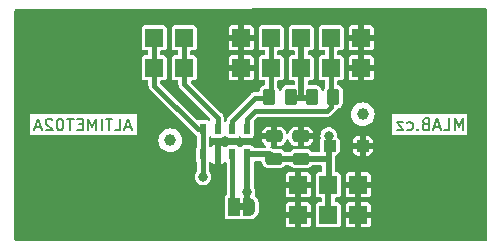
<source format=gbr>
%TF.GenerationSoftware,KiCad,Pcbnew,7.0.7-7.0.7~ubuntu23.04.1*%
%TF.CreationDate,2023-09-21T00:32:38+00:00*%
%TF.ProjectId,ALTIMET02,414c5449-4d45-4543-9032-2e6b69636164,rev?*%
%TF.SameCoordinates,Original*%
%TF.FileFunction,Copper,L2,Bot*%
%TF.FilePolarity,Positive*%
%FSLAX46Y46*%
G04 Gerber Fmt 4.6, Leading zero omitted, Abs format (unit mm)*
G04 Created by KiCad (PCBNEW 7.0.7-7.0.7~ubuntu23.04.1) date 2023-09-21 00:32:38*
%MOMM*%
%LPD*%
G01*
G04 APERTURE LIST*
G04 Aperture macros list*
%AMRoundRect*
0 Rectangle with rounded corners*
0 $1 Rounding radius*
0 $2 $3 $4 $5 $6 $7 $8 $9 X,Y pos of 4 corners*
0 Add a 4 corners polygon primitive as box body*
4,1,4,$2,$3,$4,$5,$6,$7,$8,$9,$2,$3,0*
0 Add four circle primitives for the rounded corners*
1,1,$1+$1,$2,$3*
1,1,$1+$1,$4,$5*
1,1,$1+$1,$6,$7*
1,1,$1+$1,$8,$9*
0 Add four rect primitives between the rounded corners*
20,1,$1+$1,$2,$3,$4,$5,0*
20,1,$1+$1,$4,$5,$6,$7,0*
20,1,$1+$1,$6,$7,$8,$9,0*
20,1,$1+$1,$8,$9,$2,$3,0*%
%AMFreePoly0*
4,1,19,0.550000,-0.750000,0.000000,-0.750000,0.000000,-0.744911,-0.071157,-0.744911,-0.207708,-0.704816,-0.327430,-0.627875,-0.420627,-0.520320,-0.479746,-0.390866,-0.500000,-0.250000,-0.500000,0.250000,-0.479746,0.390866,-0.420627,0.520320,-0.327430,0.627875,-0.207708,0.704816,-0.071157,0.744911,0.000000,0.744911,0.000000,0.750000,0.550000,0.750000,0.550000,-0.750000,0.550000,-0.750000,
$1*%
%AMFreePoly1*
4,1,19,0.000000,0.744911,0.071157,0.744911,0.207708,0.704816,0.327430,0.627875,0.420627,0.520320,0.479746,0.390866,0.500000,0.250000,0.500000,-0.250000,0.479746,-0.390866,0.420627,-0.520320,0.327430,-0.627875,0.207708,-0.704816,0.071157,-0.744911,0.000000,-0.744911,0.000000,-0.750000,-0.550000,-0.750000,-0.550000,0.750000,0.000000,0.750000,0.000000,0.744911,0.000000,0.744911,
$1*%
G04 Aperture macros list end*
%ADD10C,0.150000*%
%TA.AperFunction,NonConductor*%
%ADD11C,0.150000*%
%TD*%
%TA.AperFunction,ComponentPad*%
%ADD12R,1.524000X1.524000*%
%TD*%
%TA.AperFunction,ComponentPad*%
%ADD13C,6.000000*%
%TD*%
%TA.AperFunction,SMDPad,CuDef*%
%ADD14RoundRect,0.250000X-0.262500X-0.450000X0.262500X-0.450000X0.262500X0.450000X-0.262500X0.450000X0*%
%TD*%
%TA.AperFunction,SMDPad,CuDef*%
%ADD15RoundRect,0.250000X0.475000X-0.250000X0.475000X0.250000X-0.475000X0.250000X-0.475000X-0.250000X0*%
%TD*%
%TA.AperFunction,SMDPad,CuDef*%
%ADD16R,0.550000X0.950000*%
%TD*%
%TA.AperFunction,SMDPad,CuDef*%
%ADD17RoundRect,0.250000X-0.300000X-0.300000X0.300000X-0.300000X0.300000X0.300000X-0.300000X0.300000X0*%
%TD*%
%TA.AperFunction,SMDPad,CuDef*%
%ADD18C,1.000000*%
%TD*%
%TA.AperFunction,SMDPad,CuDef*%
%ADD19RoundRect,0.250000X0.262500X0.450000X-0.262500X0.450000X-0.262500X-0.450000X0.262500X-0.450000X0*%
%TD*%
%TA.AperFunction,SMDPad,CuDef*%
%ADD20FreePoly0,180.000000*%
%TD*%
%TA.AperFunction,SMDPad,CuDef*%
%ADD21R,1.000000X1.500000*%
%TD*%
%TA.AperFunction,SMDPad,CuDef*%
%ADD22FreePoly1,180.000000*%
%TD*%
%TA.AperFunction,ViaPad*%
%ADD23C,0.800000*%
%TD*%
%TA.AperFunction,Conductor*%
%ADD24C,0.508000*%
%TD*%
%TA.AperFunction,Conductor*%
%ADD25C,0.200000*%
%TD*%
%TA.AperFunction,Conductor*%
%ADD26C,0.250000*%
%TD*%
%TA.AperFunction,Conductor*%
%ADD27C,0.400000*%
%TD*%
%TA.AperFunction,Conductor*%
%ADD28C,0.381000*%
%TD*%
G04 APERTURE END LIST*
D10*
D11*
X150058094Y-107134819D02*
X150058094Y-106134819D01*
X150058094Y-106134819D02*
X149724761Y-106849104D01*
X149724761Y-106849104D02*
X149391428Y-106134819D01*
X149391428Y-106134819D02*
X149391428Y-107134819D01*
X148439047Y-107134819D02*
X148915237Y-107134819D01*
X148915237Y-107134819D02*
X148915237Y-106134819D01*
X148153332Y-106849104D02*
X147677142Y-106849104D01*
X148248570Y-107134819D02*
X147915237Y-106134819D01*
X147915237Y-106134819D02*
X147581904Y-107134819D01*
X146915237Y-106611009D02*
X146772380Y-106658628D01*
X146772380Y-106658628D02*
X146724761Y-106706247D01*
X146724761Y-106706247D02*
X146677142Y-106801485D01*
X146677142Y-106801485D02*
X146677142Y-106944342D01*
X146677142Y-106944342D02*
X146724761Y-107039580D01*
X146724761Y-107039580D02*
X146772380Y-107087200D01*
X146772380Y-107087200D02*
X146867618Y-107134819D01*
X146867618Y-107134819D02*
X147248570Y-107134819D01*
X147248570Y-107134819D02*
X147248570Y-106134819D01*
X147248570Y-106134819D02*
X146915237Y-106134819D01*
X146915237Y-106134819D02*
X146819999Y-106182438D01*
X146819999Y-106182438D02*
X146772380Y-106230057D01*
X146772380Y-106230057D02*
X146724761Y-106325295D01*
X146724761Y-106325295D02*
X146724761Y-106420533D01*
X146724761Y-106420533D02*
X146772380Y-106515771D01*
X146772380Y-106515771D02*
X146819999Y-106563390D01*
X146819999Y-106563390D02*
X146915237Y-106611009D01*
X146915237Y-106611009D02*
X147248570Y-106611009D01*
X146248570Y-107039580D02*
X146200951Y-107087200D01*
X146200951Y-107087200D02*
X146248570Y-107134819D01*
X146248570Y-107134819D02*
X146296189Y-107087200D01*
X146296189Y-107087200D02*
X146248570Y-107039580D01*
X146248570Y-107039580D02*
X146248570Y-107134819D01*
X145343809Y-107087200D02*
X145439047Y-107134819D01*
X145439047Y-107134819D02*
X145629523Y-107134819D01*
X145629523Y-107134819D02*
X145724761Y-107087200D01*
X145724761Y-107087200D02*
X145772380Y-107039580D01*
X145772380Y-107039580D02*
X145819999Y-106944342D01*
X145819999Y-106944342D02*
X145819999Y-106658628D01*
X145819999Y-106658628D02*
X145772380Y-106563390D01*
X145772380Y-106563390D02*
X145724761Y-106515771D01*
X145724761Y-106515771D02*
X145629523Y-106468152D01*
X145629523Y-106468152D02*
X145439047Y-106468152D01*
X145439047Y-106468152D02*
X145343809Y-106515771D01*
X145010475Y-106468152D02*
X144486666Y-106468152D01*
X144486666Y-106468152D02*
X145010475Y-107134819D01*
X145010475Y-107134819D02*
X144486666Y-107134819D01*
D10*
D11*
X121979818Y-106874504D02*
X121503628Y-106874504D01*
X122075056Y-107160219D02*
X121741723Y-106160219D01*
X121741723Y-106160219D02*
X121408390Y-107160219D01*
X120598866Y-107160219D02*
X121075056Y-107160219D01*
X121075056Y-107160219D02*
X121075056Y-106160219D01*
X120408389Y-106160219D02*
X119836961Y-106160219D01*
X120122675Y-107160219D02*
X120122675Y-106160219D01*
X119503627Y-107160219D02*
X119503627Y-106160219D01*
X119027437Y-107160219D02*
X119027437Y-106160219D01*
X119027437Y-106160219D02*
X118694104Y-106874504D01*
X118694104Y-106874504D02*
X118360771Y-106160219D01*
X118360771Y-106160219D02*
X118360771Y-107160219D01*
X117884580Y-106636409D02*
X117551247Y-106636409D01*
X117408390Y-107160219D02*
X117884580Y-107160219D01*
X117884580Y-107160219D02*
X117884580Y-106160219D01*
X117884580Y-106160219D02*
X117408390Y-106160219D01*
X117122675Y-106160219D02*
X116551247Y-106160219D01*
X116836961Y-107160219D02*
X116836961Y-106160219D01*
X116027437Y-106160219D02*
X115932199Y-106160219D01*
X115932199Y-106160219D02*
X115836961Y-106207838D01*
X115836961Y-106207838D02*
X115789342Y-106255457D01*
X115789342Y-106255457D02*
X115741723Y-106350695D01*
X115741723Y-106350695D02*
X115694104Y-106541171D01*
X115694104Y-106541171D02*
X115694104Y-106779266D01*
X115694104Y-106779266D02*
X115741723Y-106969742D01*
X115741723Y-106969742D02*
X115789342Y-107064980D01*
X115789342Y-107064980D02*
X115836961Y-107112600D01*
X115836961Y-107112600D02*
X115932199Y-107160219D01*
X115932199Y-107160219D02*
X116027437Y-107160219D01*
X116027437Y-107160219D02*
X116122675Y-107112600D01*
X116122675Y-107112600D02*
X116170294Y-107064980D01*
X116170294Y-107064980D02*
X116217913Y-106969742D01*
X116217913Y-106969742D02*
X116265532Y-106779266D01*
X116265532Y-106779266D02*
X116265532Y-106541171D01*
X116265532Y-106541171D02*
X116217913Y-106350695D01*
X116217913Y-106350695D02*
X116170294Y-106255457D01*
X116170294Y-106255457D02*
X116122675Y-106207838D01*
X116122675Y-106207838D02*
X116027437Y-106160219D01*
X115313151Y-106255457D02*
X115265532Y-106207838D01*
X115265532Y-106207838D02*
X115170294Y-106160219D01*
X115170294Y-106160219D02*
X114932199Y-106160219D01*
X114932199Y-106160219D02*
X114836961Y-106207838D01*
X114836961Y-106207838D02*
X114789342Y-106255457D01*
X114789342Y-106255457D02*
X114741723Y-106350695D01*
X114741723Y-106350695D02*
X114741723Y-106445933D01*
X114741723Y-106445933D02*
X114789342Y-106588790D01*
X114789342Y-106588790D02*
X115360770Y-107160219D01*
X115360770Y-107160219D02*
X114741723Y-107160219D01*
X114360770Y-106874504D02*
X113884580Y-106874504D01*
X114456008Y-107160219D02*
X114122675Y-106160219D01*
X114122675Y-106160219D02*
X113789342Y-107160219D01*
%TA.AperFunction,EtchedComponent*%
%TO.C,JP1*%
G36*
X131600000Y-113926000D02*
G01*
X131100000Y-113926000D01*
X131100000Y-113326000D01*
X131600000Y-113326000D01*
X131600000Y-113926000D01*
G37*
%TD.AperFunction*%
%TD*%
D12*
%TO.P,J3,1*%
%TO.N,GND*%
X141478000Y-99314000D03*
%TO.P,J3,2*%
X141478000Y-101854000D03*
%TO.P,J3,3*%
%TO.N,SCLK*%
X138938000Y-99314000D03*
%TO.P,J3,4*%
X138938000Y-101854000D03*
%TO.P,J3,5*%
%TO.N,VDD*%
X136398000Y-99314000D03*
%TO.P,J3,6*%
X136398000Y-101854000D03*
%TO.P,J3,7*%
%TO.N,MOSI{slash}SDA*%
X133858000Y-99314000D03*
%TO.P,J3,8*%
X133858000Y-101854000D03*
%TO.P,J3,9*%
%TO.N,GND*%
X131318000Y-99314000D03*
%TO.P,J3,10*%
X131318000Y-101854000D03*
%TD*%
%TO.P,J1,1*%
%TO.N,MISO*%
X126492000Y-99314000D03*
%TO.P,J1,2*%
X126492000Y-101854000D03*
%TO.P,J1,3*%
%TO.N,CS{slash}A*%
X123952000Y-99314000D03*
%TO.P,J1,4*%
X123952000Y-101854000D03*
%TD*%
D13*
%TO.P,H1,1,1*%
%TO.N,GND*%
X147320000Y-111760000D03*
%TD*%
%TO.P,H4,1,1*%
%TO.N,GND*%
X116840000Y-101600000D03*
%TD*%
D12*
%TO.P,J2,1*%
%TO.N,GND*%
X136144000Y-114300000D03*
%TO.P,J2,2*%
X136144000Y-111760000D03*
%TO.P,J2,3*%
%TO.N,VDD*%
X138684000Y-114300000D03*
%TO.P,J2,4*%
X138684000Y-111760000D03*
%TO.P,J2,5*%
%TO.N,GND*%
X141224000Y-114300000D03*
%TO.P,J2,6*%
X141224000Y-111760000D03*
%TD*%
D13*
%TO.P,H3,1,1*%
%TO.N,GND*%
X147320000Y-101600000D03*
%TD*%
%TO.P,H2,1,1*%
%TO.N,GND*%
X116840000Y-111760000D03*
%TD*%
D14*
%TO.P,R1,1*%
%TO.N,VDD*%
X137300000Y-104300000D03*
%TO.P,R1,2*%
%TO.N,SCLK*%
X139125000Y-104300000D03*
%TD*%
D15*
%TO.P,C2,1*%
%TO.N,VDD*%
X136362600Y-109562000D03*
%TO.P,C2,2*%
%TO.N,GND*%
X136362600Y-107662000D03*
%TD*%
D16*
%TO.P,U1,1,VDD*%
%TO.N,VDD*%
X131821400Y-109197400D03*
%TO.P,U1,2,PS*%
%TO.N,/PS*%
X130571400Y-109197400D03*
%TO.P,U1,3,GND*%
%TO.N,GND*%
X129321400Y-109197400D03*
%TO.P,U1,4,CSB*%
%TO.N,CS{slash}A*%
X128071400Y-109197400D03*
%TO.P,U1,5,CSB*%
X128071400Y-107047400D03*
%TO.P,U1,6,SDO*%
%TO.N,MISO*%
X129321400Y-107047400D03*
%TO.P,U1,7,SDI/SDA*%
%TO.N,MOSI{slash}SDA*%
X130571400Y-107047400D03*
%TO.P,U1,8,SCLK*%
%TO.N,SCLK*%
X131821400Y-107047400D03*
%TD*%
D17*
%TO.P,D1,1,K*%
%TO.N,VDD*%
X138800000Y-108458000D03*
%TO.P,D1,2,A*%
%TO.N,GND*%
X141600000Y-108458000D03*
%TD*%
D18*
%TO.P,FID2,*%
%TO.N,*%
X125300000Y-108000000D03*
%TD*%
D19*
%TO.P,R2,1*%
%TO.N,VDD*%
X135500000Y-104300000D03*
%TO.P,R2,2*%
%TO.N,MOSI{slash}SDA*%
X133675000Y-104300000D03*
%TD*%
D18*
%TO.P,FID1,*%
%TO.N,*%
X141600000Y-105800000D03*
%TD*%
D15*
%TO.P,C1,1*%
%TO.N,VDD*%
X134076600Y-109562000D03*
%TO.P,C1,2*%
%TO.N,GND*%
X134076600Y-107662000D03*
%TD*%
D20*
%TO.P,JP1,1,A*%
%TO.N,VDD*%
X132000000Y-113626000D03*
D21*
%TO.P,JP1,2,C*%
%TO.N,/PS*%
X130700000Y-113626000D03*
D22*
%TO.P,JP1,3,B*%
%TO.N,GND*%
X129400000Y-113626000D03*
%TD*%
D23*
%TO.N,VDD*%
X131800000Y-112400000D03*
X138712000Y-107600000D03*
%TO.N,CS{slash}A*%
X128071400Y-111100000D03*
%TO.N,GND*%
X127254000Y-114808000D03*
X133350000Y-106426000D03*
X134366000Y-106426000D03*
X136398000Y-106426000D03*
X127254000Y-112776000D03*
X135382000Y-106426000D03*
X129900000Y-108100000D03*
X127254000Y-113792000D03*
%TD*%
D24*
%TO.N,VDD*%
X136398000Y-101854000D02*
X136400000Y-101856000D01*
X131821400Y-112421400D02*
X131821400Y-113447400D01*
X136400000Y-101856000D02*
X136400000Y-104392000D01*
X138684000Y-108430000D02*
X138712000Y-108458000D01*
X138712000Y-109562000D02*
X136362600Y-109562000D01*
X131824000Y-109200000D02*
X131821400Y-109197400D01*
X136398000Y-104394000D02*
X135278500Y-104394000D01*
X133714600Y-109200000D02*
X131824000Y-109200000D01*
X136400000Y-104392000D02*
X136398000Y-104394000D01*
X138712000Y-107600000D02*
X138712000Y-108458000D01*
X136398000Y-104394000D02*
X137517500Y-104394000D01*
X134076600Y-109562000D02*
X136362600Y-109562000D01*
X131821400Y-109197400D02*
X131821400Y-112378600D01*
X138712000Y-111732000D02*
X138684000Y-111760000D01*
D25*
X132000000Y-113626000D02*
X132000000Y-113800000D01*
D24*
X138684000Y-111760000D02*
X138684000Y-114300000D01*
X134106600Y-109592000D02*
X134076600Y-109562000D01*
X138712000Y-108458000D02*
X138712000Y-111732000D01*
X131821400Y-113447400D02*
X132000000Y-113626000D01*
X131800000Y-112400000D02*
X131821400Y-112421400D01*
X136398000Y-99314000D02*
X136398000Y-101854000D01*
D26*
X131826000Y-108970000D02*
X131826000Y-109220000D01*
D24*
X131821400Y-112378600D02*
X131800000Y-112400000D01*
X134076600Y-109562000D02*
X133975000Y-109663600D01*
X134076600Y-109562000D02*
X133714600Y-109200000D01*
D27*
%TO.N,MOSI{slash}SDA*%
X133858000Y-103989500D02*
X133453500Y-104394000D01*
D28*
X132506000Y-104394000D02*
X133453500Y-104394000D01*
D27*
X133858000Y-101854000D02*
X133858000Y-103989500D01*
X133858000Y-99314000D02*
X133858000Y-101854000D01*
D28*
X130571400Y-107047400D02*
X130571400Y-106328600D01*
X130571400Y-106328600D02*
X132506000Y-104394000D01*
%TO.N,MISO*%
X126492000Y-101854000D02*
X126492000Y-99314000D01*
X126492000Y-103251000D02*
X126492000Y-101854000D01*
X129321400Y-106080400D02*
X126492000Y-103251000D01*
X129321400Y-107047400D02*
X129321400Y-106080400D01*
%TO.N,CS{slash}A*%
X128071400Y-111100000D02*
X128071400Y-109197400D01*
X123952000Y-103378000D02*
X123952000Y-101854000D01*
X127621400Y-107047400D02*
X123952000Y-103378000D01*
X128071400Y-107047400D02*
X127621400Y-107047400D01*
X128071400Y-109197400D02*
X128071400Y-107047400D01*
X123952000Y-101854000D02*
X123952000Y-99314000D01*
%TO.N,/PS*%
X130571400Y-113497400D02*
X130700000Y-113626000D01*
X130571400Y-109197400D02*
X130571400Y-113497400D01*
D27*
%TO.N,SCLK*%
X138938000Y-103989500D02*
X138938000Y-105162000D01*
X138938000Y-101854000D02*
X138938000Y-103989500D01*
X138938000Y-103989500D02*
X139342500Y-104394000D01*
X138938000Y-99314000D02*
X138938000Y-101854000D01*
X132504000Y-105494000D02*
X131821400Y-106176600D01*
X138938000Y-105162000D02*
X138606000Y-105494000D01*
D28*
X131821400Y-107047400D02*
X131821400Y-106176600D01*
D27*
X138606000Y-105494000D02*
X132504000Y-105494000D01*
%TD*%
%TA.AperFunction,Conductor*%
%TO.N,GND*%
G36*
X152042778Y-96819827D02*
G01*
X152088665Y-96872517D01*
X152100000Y-96924310D01*
X152100000Y-116376000D01*
X152080315Y-116443039D01*
X152027511Y-116488794D01*
X151976000Y-116500000D01*
X112224000Y-116500000D01*
X112156961Y-116480315D01*
X112111206Y-116427511D01*
X112100000Y-116376000D01*
X112100000Y-108000000D01*
X124294659Y-108000000D01*
X124313975Y-108196129D01*
X124371188Y-108384733D01*
X124464086Y-108558532D01*
X124464090Y-108558539D01*
X124589116Y-108710883D01*
X124741460Y-108835909D01*
X124741467Y-108835913D01*
X124915266Y-108928811D01*
X124915269Y-108928811D01*
X124915273Y-108928814D01*
X125103868Y-108986024D01*
X125300000Y-109005341D01*
X125496132Y-108986024D01*
X125684727Y-108928814D01*
X125858538Y-108835910D01*
X126010883Y-108710883D01*
X126135910Y-108558538D01*
X126207122Y-108425310D01*
X126228811Y-108384733D01*
X126228811Y-108384732D01*
X126228814Y-108384727D01*
X126286024Y-108196132D01*
X126305341Y-108000000D01*
X126286024Y-107803868D01*
X126228814Y-107615273D01*
X126228811Y-107615269D01*
X126228811Y-107615266D01*
X126135913Y-107441467D01*
X126135909Y-107441460D01*
X126010883Y-107289116D01*
X125858539Y-107164090D01*
X125858532Y-107164086D01*
X125684733Y-107071188D01*
X125684727Y-107071186D01*
X125496132Y-107013976D01*
X125496129Y-107013975D01*
X125300000Y-106994659D01*
X125103870Y-107013975D01*
X124915266Y-107071188D01*
X124741467Y-107164086D01*
X124741460Y-107164090D01*
X124589116Y-107289116D01*
X124464090Y-107441460D01*
X124464086Y-107441467D01*
X124371188Y-107615266D01*
X124313975Y-107803870D01*
X124294659Y-108000000D01*
X112100000Y-108000000D01*
X112100000Y-105780208D01*
X113413509Y-105780208D01*
X113413509Y-107540228D01*
X122455339Y-107540228D01*
X122455339Y-105780208D01*
X113413509Y-105780208D01*
X112100000Y-105780208D01*
X112100000Y-102660856D01*
X122889500Y-102660856D01*
X122889502Y-102660882D01*
X122892413Y-102685987D01*
X122892415Y-102685991D01*
X122937793Y-102788764D01*
X122937794Y-102788765D01*
X123017235Y-102868206D01*
X123120009Y-102913585D01*
X123145135Y-102916500D01*
X123337000Y-102916499D01*
X123404039Y-102936183D01*
X123449794Y-102988987D01*
X123461000Y-103040499D01*
X123461000Y-103311883D01*
X123458167Y-103338232D01*
X123457215Y-103342612D01*
X123457215Y-103342614D01*
X123457215Y-103342615D01*
X123460842Y-103393324D01*
X123461000Y-103397748D01*
X123461000Y-103413116D01*
X123461001Y-103413130D01*
X123463186Y-103428333D01*
X123463658Y-103432727D01*
X123467287Y-103483446D01*
X123467287Y-103483447D01*
X123468853Y-103487645D01*
X123475406Y-103513319D01*
X123476043Y-103517750D01*
X123476043Y-103517751D01*
X123476044Y-103517753D01*
X123482826Y-103532604D01*
X123497162Y-103563995D01*
X123498856Y-103568084D01*
X123516628Y-103615730D01*
X123516628Y-103615731D01*
X123519311Y-103619315D01*
X123532837Y-103642111D01*
X123534697Y-103646184D01*
X123568009Y-103684627D01*
X123570771Y-103688056D01*
X123579979Y-103700358D01*
X123579982Y-103700361D01*
X123590840Y-103711219D01*
X123593857Y-103714459D01*
X123627155Y-103752887D01*
X123627159Y-103752891D01*
X123630922Y-103755309D01*
X123651565Y-103771944D01*
X127227455Y-107347834D01*
X127244087Y-107368472D01*
X127246508Y-107372240D01*
X127246515Y-107372247D01*
X127284932Y-107405535D01*
X127288159Y-107408538D01*
X127299042Y-107419421D01*
X127311363Y-107428644D01*
X127314768Y-107431387D01*
X127353216Y-107464703D01*
X127357283Y-107466560D01*
X127380084Y-107480089D01*
X127383668Y-107482772D01*
X127383671Y-107482773D01*
X127419633Y-107496186D01*
X127475567Y-107538057D01*
X127493892Y-107584059D01*
X127496365Y-107583387D01*
X127498815Y-107592391D01*
X127544193Y-107695164D01*
X127550688Y-107704645D01*
X127549691Y-107705327D01*
X127577566Y-107756375D01*
X127580400Y-107782733D01*
X127580400Y-108462066D01*
X127560715Y-108529105D01*
X127544315Y-108549458D01*
X127544192Y-108549637D01*
X127498815Y-108652409D01*
X127495900Y-108677531D01*
X127495900Y-109717256D01*
X127495902Y-109717282D01*
X127498813Y-109742387D01*
X127498815Y-109742391D01*
X127544193Y-109845164D01*
X127550688Y-109854645D01*
X127549691Y-109855327D01*
X127577565Y-109906374D01*
X127580399Y-109932732D01*
X127580399Y-110543322D01*
X127560714Y-110610361D01*
X127547472Y-110625821D01*
X127548190Y-110626457D01*
X127543218Y-110632068D01*
X127446582Y-110772068D01*
X127386260Y-110931125D01*
X127386259Y-110931130D01*
X127365755Y-111100000D01*
X127386259Y-111268869D01*
X127386260Y-111268874D01*
X127446582Y-111427931D01*
X127482336Y-111479728D01*
X127543217Y-111567929D01*
X127647112Y-111659972D01*
X127670550Y-111680736D01*
X127821173Y-111759789D01*
X127821175Y-111759790D01*
X127986344Y-111800500D01*
X128156456Y-111800500D01*
X128321625Y-111759790D01*
X128401092Y-111718081D01*
X128472249Y-111680736D01*
X128472250Y-111680734D01*
X128472252Y-111680734D01*
X128599583Y-111567929D01*
X128696218Y-111427930D01*
X128756540Y-111268872D01*
X128777045Y-111100000D01*
X128756540Y-110931128D01*
X128696218Y-110772070D01*
X128599583Y-110632071D01*
X128599579Y-110632067D01*
X128594609Y-110626457D01*
X128596845Y-110624475D01*
X128567029Y-110576886D01*
X128562400Y-110543321D01*
X128562400Y-109932732D01*
X128582085Y-109865693D01*
X128598724Y-109845045D01*
X128606735Y-109837035D01*
X128609046Y-109839346D01*
X128648514Y-109807118D01*
X128717933Y-109799199D01*
X128780613Y-109830069D01*
X128786444Y-109836796D01*
X128786488Y-109836753D01*
X128873920Y-109924185D01*
X128873925Y-109924188D01*
X128976523Y-109969489D01*
X129001605Y-109972399D01*
X129571400Y-109972399D01*
X129641186Y-109972399D01*
X129641208Y-109972397D01*
X129666269Y-109969491D01*
X129666273Y-109969490D01*
X129768874Y-109924188D01*
X129768879Y-109924185D01*
X129856312Y-109836753D01*
X129858691Y-109839132D01*
X129897904Y-109807115D01*
X129967324Y-109799200D01*
X130030003Y-109830073D01*
X130036053Y-109837055D01*
X130036069Y-109837040D01*
X130044080Y-109845051D01*
X130045950Y-109848475D01*
X130048394Y-109851296D01*
X130050690Y-109854648D01*
X130049693Y-109855330D01*
X130077565Y-109906374D01*
X130080399Y-109932732D01*
X130080399Y-112522013D01*
X130060714Y-112589052D01*
X130035111Y-112615420D01*
X130035360Y-112615669D01*
X129947793Y-112703236D01*
X129902415Y-112806006D01*
X129902415Y-112806008D01*
X129899500Y-112831131D01*
X129899500Y-114420856D01*
X129899502Y-114420882D01*
X129902413Y-114445987D01*
X129902415Y-114445991D01*
X129947793Y-114548764D01*
X129947794Y-114548765D01*
X130027235Y-114628206D01*
X130130009Y-114673585D01*
X130155135Y-114676500D01*
X131244864Y-114676499D01*
X131244879Y-114676497D01*
X131244882Y-114676497D01*
X131269987Y-114673586D01*
X131269988Y-114673585D01*
X131269991Y-114673585D01*
X131275481Y-114671160D01*
X131344757Y-114662085D01*
X131348333Y-114662699D01*
X131450000Y-114681705D01*
X131450001Y-114681705D01*
X132071886Y-114681705D01*
X132071889Y-114681705D01*
X132158016Y-114669322D01*
X132295971Y-114628815D01*
X132375120Y-114592669D01*
X132496074Y-114514937D01*
X132561836Y-114457954D01*
X132604815Y-114408353D01*
X132655981Y-114349304D01*
X132655983Y-114349300D01*
X132655990Y-114349293D01*
X132703031Y-114276095D01*
X132703034Y-114276087D01*
X132703037Y-114276083D01*
X132762757Y-114145315D01*
X132762757Y-114145313D01*
X132762759Y-114145310D01*
X132787273Y-114061822D01*
X132788973Y-114050000D01*
X135082000Y-114050000D01*
X135589639Y-114050000D01*
X135656678Y-114069685D01*
X135702433Y-114122489D01*
X135712377Y-114191647D01*
X135710532Y-114201578D01*
X135695736Y-114266406D01*
X135695736Y-114266407D01*
X135695735Y-114266408D01*
X135706443Y-114409295D01*
X135704703Y-114409425D01*
X135701106Y-114468145D01*
X135659808Y-114524503D01*
X135594597Y-114549587D01*
X135584488Y-114550000D01*
X135082001Y-114550000D01*
X135082001Y-115106785D01*
X135082002Y-115106808D01*
X135084908Y-115131869D01*
X135084909Y-115131873D01*
X135130211Y-115234474D01*
X135130214Y-115234479D01*
X135209520Y-115313785D01*
X135209525Y-115313788D01*
X135312123Y-115359089D01*
X135337206Y-115361999D01*
X135893999Y-115361999D01*
X135894000Y-115361998D01*
X135894000Y-114856065D01*
X135913685Y-114789026D01*
X135966489Y-114743271D01*
X136035647Y-114733327D01*
X136054542Y-114737572D01*
X136077002Y-114744500D01*
X136077004Y-114744500D01*
X136177311Y-114744500D01*
X136177312Y-114744500D01*
X136251518Y-114733315D01*
X136320742Y-114742788D01*
X136373857Y-114788182D01*
X136393997Y-114855086D01*
X136394000Y-114855930D01*
X136394000Y-115361999D01*
X136950786Y-115361999D01*
X136950808Y-115361997D01*
X136975869Y-115359091D01*
X136975873Y-115359090D01*
X137078474Y-115313788D01*
X137078479Y-115313785D01*
X137157785Y-115234479D01*
X137157788Y-115234474D01*
X137203089Y-115131877D01*
X137203089Y-115131875D01*
X137205999Y-115106794D01*
X137206000Y-115106791D01*
X137206000Y-114550000D01*
X136698361Y-114550000D01*
X136631322Y-114530315D01*
X136585567Y-114477511D01*
X136575623Y-114408353D01*
X136577467Y-114398421D01*
X136592264Y-114333593D01*
X136587956Y-114276106D01*
X136581557Y-114190705D01*
X136583296Y-114190574D01*
X136586894Y-114131855D01*
X136628192Y-114075497D01*
X136693403Y-114050413D01*
X136703512Y-114050000D01*
X137205999Y-114050000D01*
X137205999Y-113493214D01*
X137205997Y-113493191D01*
X137203091Y-113468130D01*
X137203090Y-113468126D01*
X137157788Y-113365525D01*
X137157785Y-113365520D01*
X137078479Y-113286214D01*
X137078474Y-113286211D01*
X136975876Y-113240910D01*
X136950794Y-113238000D01*
X136394000Y-113238000D01*
X136394000Y-113743934D01*
X136374315Y-113810973D01*
X136321511Y-113856728D01*
X136252353Y-113866672D01*
X136233453Y-113862426D01*
X136210998Y-113855500D01*
X136110688Y-113855500D01*
X136110680Y-113855500D01*
X136036481Y-113866684D01*
X135967256Y-113857211D01*
X135914142Y-113811816D01*
X135894003Y-113744912D01*
X135894000Y-113744069D01*
X135894000Y-113238000D01*
X135337214Y-113238000D01*
X135337191Y-113238002D01*
X135312130Y-113240908D01*
X135312126Y-113240909D01*
X135209525Y-113286211D01*
X135209520Y-113286214D01*
X135130214Y-113365520D01*
X135130211Y-113365525D01*
X135084910Y-113468122D01*
X135084910Y-113468124D01*
X135082000Y-113493205D01*
X135082000Y-114050000D01*
X132788973Y-114050000D01*
X132807735Y-113919507D01*
X132807735Y-113832494D01*
X132806965Y-113827142D01*
X132805705Y-113809506D01*
X132805705Y-113442493D01*
X132806967Y-113424847D01*
X132807735Y-113419506D01*
X132807735Y-113332493D01*
X132787273Y-113190178D01*
X132762759Y-113106690D01*
X132762758Y-113106688D01*
X132762757Y-113106684D01*
X132703037Y-112975916D01*
X132703024Y-112975893D01*
X132655997Y-112902717D01*
X132655981Y-112902695D01*
X132561834Y-112794043D01*
X132561832Y-112794041D01*
X132505283Y-112745042D01*
X132467508Y-112686264D01*
X132467508Y-112616395D01*
X132470534Y-112607382D01*
X132485140Y-112568872D01*
X132505645Y-112400000D01*
X132485140Y-112231128D01*
X132475041Y-112204500D01*
X132447323Y-112131412D01*
X132424818Y-112072070D01*
X132402869Y-112040272D01*
X132397850Y-112033000D01*
X132375967Y-111966646D01*
X132375900Y-111962560D01*
X132375900Y-111510000D01*
X135082000Y-111510000D01*
X135589639Y-111510000D01*
X135656678Y-111529685D01*
X135702433Y-111582489D01*
X135712377Y-111651647D01*
X135710532Y-111661578D01*
X135695736Y-111726407D01*
X135695735Y-111726408D01*
X135706443Y-111869295D01*
X135704703Y-111869425D01*
X135701106Y-111928145D01*
X135659808Y-111984503D01*
X135594597Y-112009587D01*
X135584488Y-112010000D01*
X135082001Y-112010000D01*
X135082001Y-112566785D01*
X135082002Y-112566808D01*
X135084908Y-112591869D01*
X135084909Y-112591873D01*
X135130211Y-112694474D01*
X135130214Y-112694479D01*
X135209520Y-112773785D01*
X135209525Y-112773788D01*
X135312123Y-112819089D01*
X135337206Y-112821999D01*
X135893999Y-112821999D01*
X135894000Y-112821998D01*
X135894000Y-112316065D01*
X135913685Y-112249026D01*
X135966489Y-112203271D01*
X136035647Y-112193327D01*
X136054542Y-112197572D01*
X136077002Y-112204500D01*
X136077004Y-112204500D01*
X136177311Y-112204500D01*
X136177312Y-112204500D01*
X136251518Y-112193315D01*
X136320742Y-112202788D01*
X136373857Y-112248182D01*
X136393997Y-112315086D01*
X136394000Y-112315930D01*
X136394000Y-112821999D01*
X136950786Y-112821999D01*
X136950808Y-112821997D01*
X136975869Y-112819091D01*
X136975873Y-112819090D01*
X137078474Y-112773788D01*
X137078479Y-112773785D01*
X137157785Y-112694479D01*
X137157788Y-112694474D01*
X137203089Y-112591877D01*
X137203089Y-112591875D01*
X137205999Y-112566794D01*
X137206000Y-112566791D01*
X137206000Y-112010000D01*
X136698361Y-112010000D01*
X136631322Y-111990315D01*
X136585567Y-111937511D01*
X136575623Y-111868353D01*
X136577467Y-111858421D01*
X136592264Y-111793593D01*
X136589731Y-111759789D01*
X136581557Y-111650705D01*
X136583296Y-111650574D01*
X136586894Y-111591855D01*
X136628192Y-111535497D01*
X136693403Y-111510413D01*
X136703512Y-111510000D01*
X137205999Y-111510000D01*
X137205999Y-110953214D01*
X137205997Y-110953191D01*
X137203091Y-110928130D01*
X137203090Y-110928126D01*
X137157788Y-110825525D01*
X137157785Y-110825520D01*
X137078479Y-110746214D01*
X137078474Y-110746211D01*
X136975876Y-110700910D01*
X136950794Y-110698000D01*
X136394000Y-110698000D01*
X136394000Y-111203934D01*
X136374315Y-111270973D01*
X136321511Y-111316728D01*
X136252353Y-111326672D01*
X136233453Y-111322426D01*
X136210998Y-111315500D01*
X136110688Y-111315500D01*
X136110680Y-111315500D01*
X136036481Y-111326684D01*
X135967256Y-111317211D01*
X135914142Y-111271816D01*
X135894003Y-111204912D01*
X135894000Y-111204069D01*
X135894000Y-110698000D01*
X135337214Y-110698000D01*
X135337191Y-110698002D01*
X135312130Y-110700908D01*
X135312126Y-110700909D01*
X135209525Y-110746211D01*
X135209520Y-110746214D01*
X135130214Y-110825520D01*
X135130211Y-110825525D01*
X135084910Y-110928122D01*
X135084910Y-110928124D01*
X135082000Y-110953205D01*
X135082000Y-111510000D01*
X132375900Y-111510000D01*
X132375900Y-109878500D01*
X132395585Y-109811461D01*
X132448389Y-109765706D01*
X132499900Y-109754500D01*
X132929019Y-109754500D01*
X132996058Y-109774185D01*
X133041813Y-109826989D01*
X133052133Y-109863712D01*
X133054255Y-109881371D01*
X133061722Y-109943562D01*
X133117239Y-110084343D01*
X133208677Y-110204922D01*
X133329256Y-110296360D01*
X133329257Y-110296360D01*
X133329258Y-110296361D01*
X133470036Y-110351877D01*
X133558498Y-110362500D01*
X133558503Y-110362500D01*
X134594697Y-110362500D01*
X134594702Y-110362500D01*
X134683164Y-110351877D01*
X134823942Y-110296361D01*
X134944522Y-110204922D01*
X134944523Y-110204921D01*
X134974362Y-110165574D01*
X135030555Y-110124051D01*
X135073165Y-110116500D01*
X135366035Y-110116500D01*
X135433074Y-110136185D01*
X135464838Y-110165574D01*
X135494676Y-110204921D01*
X135615256Y-110296360D01*
X135615257Y-110296360D01*
X135615258Y-110296361D01*
X135756036Y-110351877D01*
X135844498Y-110362500D01*
X135844503Y-110362500D01*
X136880697Y-110362500D01*
X136880702Y-110362500D01*
X136969164Y-110351877D01*
X137109942Y-110296361D01*
X137230522Y-110204922D01*
X137230523Y-110204921D01*
X137260362Y-110165574D01*
X137316555Y-110124051D01*
X137359165Y-110116500D01*
X138033500Y-110116500D01*
X138100539Y-110136185D01*
X138146294Y-110188989D01*
X138157500Y-110240500D01*
X138157500Y-110573500D01*
X138137815Y-110640539D01*
X138085011Y-110686294D01*
X138033501Y-110697500D01*
X137877144Y-110697500D01*
X137877117Y-110697502D01*
X137852012Y-110700413D01*
X137852008Y-110700415D01*
X137749235Y-110745793D01*
X137669794Y-110825234D01*
X137624415Y-110928006D01*
X137624415Y-110928008D01*
X137621500Y-110953131D01*
X137621500Y-112566856D01*
X137621502Y-112566882D01*
X137624413Y-112591987D01*
X137624415Y-112591991D01*
X137669793Y-112694764D01*
X137669794Y-112694764D01*
X137669794Y-112694765D01*
X137749235Y-112774206D01*
X137852009Y-112819585D01*
X137877135Y-112822500D01*
X138005500Y-112822499D01*
X138072539Y-112842183D01*
X138118294Y-112894987D01*
X138129500Y-112946499D01*
X138129500Y-113113500D01*
X138109815Y-113180539D01*
X138057011Y-113226294D01*
X138005501Y-113237500D01*
X137877142Y-113237500D01*
X137877119Y-113237502D01*
X137852011Y-113240414D01*
X137852008Y-113240415D01*
X137749235Y-113285793D01*
X137669794Y-113365234D01*
X137624415Y-113468006D01*
X137624415Y-113468008D01*
X137621500Y-113493131D01*
X137621500Y-115106856D01*
X137621502Y-115106882D01*
X137624413Y-115131987D01*
X137624415Y-115131991D01*
X137669793Y-115234764D01*
X137669794Y-115234765D01*
X137749235Y-115314206D01*
X137852009Y-115359585D01*
X137877135Y-115362500D01*
X139490864Y-115362499D01*
X139490879Y-115362497D01*
X139490882Y-115362497D01*
X139515987Y-115359586D01*
X139515988Y-115359585D01*
X139515991Y-115359585D01*
X139618765Y-115314206D01*
X139698206Y-115234765D01*
X139743585Y-115131991D01*
X139746500Y-115106865D01*
X139746499Y-114050000D01*
X140162000Y-114050000D01*
X140669639Y-114050000D01*
X140736678Y-114069685D01*
X140782433Y-114122489D01*
X140792377Y-114191647D01*
X140790532Y-114201578D01*
X140775736Y-114266406D01*
X140775736Y-114266407D01*
X140775735Y-114266408D01*
X140786443Y-114409295D01*
X140784703Y-114409425D01*
X140781106Y-114468145D01*
X140739808Y-114524503D01*
X140674597Y-114549587D01*
X140664488Y-114550000D01*
X140162001Y-114550000D01*
X140162001Y-115106785D01*
X140162002Y-115106808D01*
X140164908Y-115131869D01*
X140164909Y-115131873D01*
X140210211Y-115234474D01*
X140210214Y-115234479D01*
X140289520Y-115313785D01*
X140289525Y-115313788D01*
X140392123Y-115359089D01*
X140417206Y-115361999D01*
X140973999Y-115361999D01*
X140974000Y-115361998D01*
X140974000Y-114856065D01*
X140993685Y-114789026D01*
X141046489Y-114743271D01*
X141115647Y-114733327D01*
X141134542Y-114737572D01*
X141157002Y-114744500D01*
X141157004Y-114744500D01*
X141257311Y-114744500D01*
X141257312Y-114744500D01*
X141331518Y-114733315D01*
X141400742Y-114742788D01*
X141453857Y-114788182D01*
X141473997Y-114855086D01*
X141474000Y-114855930D01*
X141474000Y-115361999D01*
X142030786Y-115361999D01*
X142030808Y-115361997D01*
X142055869Y-115359091D01*
X142055873Y-115359090D01*
X142158474Y-115313788D01*
X142158479Y-115313785D01*
X142237785Y-115234479D01*
X142237788Y-115234474D01*
X142283089Y-115131877D01*
X142283089Y-115131875D01*
X142285999Y-115106794D01*
X142286000Y-115106791D01*
X142286000Y-114550000D01*
X141778361Y-114550000D01*
X141711322Y-114530315D01*
X141665567Y-114477511D01*
X141655623Y-114408353D01*
X141657467Y-114398421D01*
X141672264Y-114333593D01*
X141667956Y-114276106D01*
X141661557Y-114190705D01*
X141663296Y-114190574D01*
X141666894Y-114131855D01*
X141708192Y-114075497D01*
X141773403Y-114050413D01*
X141783512Y-114050000D01*
X142285999Y-114050000D01*
X142285999Y-113493214D01*
X142285997Y-113493191D01*
X142283091Y-113468130D01*
X142283090Y-113468126D01*
X142237788Y-113365525D01*
X142237785Y-113365520D01*
X142158479Y-113286214D01*
X142158474Y-113286211D01*
X142055876Y-113240910D01*
X142030794Y-113238000D01*
X141474000Y-113238000D01*
X141474000Y-113743934D01*
X141454315Y-113810973D01*
X141401511Y-113856728D01*
X141332353Y-113866672D01*
X141313453Y-113862426D01*
X141290998Y-113855500D01*
X141190688Y-113855500D01*
X141190680Y-113855500D01*
X141116481Y-113866684D01*
X141047256Y-113857211D01*
X140994142Y-113811816D01*
X140974003Y-113744912D01*
X140974000Y-113744069D01*
X140974000Y-113238000D01*
X140417214Y-113238000D01*
X140417191Y-113238002D01*
X140392130Y-113240908D01*
X140392126Y-113240909D01*
X140289525Y-113286211D01*
X140289520Y-113286214D01*
X140210214Y-113365520D01*
X140210211Y-113365525D01*
X140164910Y-113468122D01*
X140164910Y-113468124D01*
X140162000Y-113493205D01*
X140162000Y-114050000D01*
X139746499Y-114050000D01*
X139746499Y-113493136D01*
X139746497Y-113493117D01*
X139743586Y-113468012D01*
X139743585Y-113468010D01*
X139743585Y-113468009D01*
X139698206Y-113365235D01*
X139618765Y-113285794D01*
X139618764Y-113285793D01*
X139515992Y-113240415D01*
X139490868Y-113237500D01*
X139490865Y-113237500D01*
X139362500Y-113237500D01*
X139295461Y-113217815D01*
X139249706Y-113165011D01*
X139238500Y-113113500D01*
X139238500Y-112946499D01*
X139258185Y-112879460D01*
X139310989Y-112833705D01*
X139362500Y-112822499D01*
X139490856Y-112822499D01*
X139490864Y-112822499D01*
X139490879Y-112822497D01*
X139490882Y-112822497D01*
X139515987Y-112819586D01*
X139515988Y-112819585D01*
X139515991Y-112819585D01*
X139618765Y-112774206D01*
X139698206Y-112694765D01*
X139743585Y-112591991D01*
X139746500Y-112566865D01*
X139746499Y-111510000D01*
X140162000Y-111510000D01*
X140669639Y-111510000D01*
X140736678Y-111529685D01*
X140782433Y-111582489D01*
X140792377Y-111651647D01*
X140790532Y-111661578D01*
X140775736Y-111726407D01*
X140775735Y-111726408D01*
X140786443Y-111869295D01*
X140784703Y-111869425D01*
X140781106Y-111928145D01*
X140739808Y-111984503D01*
X140674597Y-112009587D01*
X140664488Y-112010000D01*
X140162001Y-112010000D01*
X140162001Y-112566785D01*
X140162002Y-112566808D01*
X140164908Y-112591869D01*
X140164909Y-112591873D01*
X140210211Y-112694474D01*
X140210214Y-112694479D01*
X140289520Y-112773785D01*
X140289525Y-112773788D01*
X140392123Y-112819089D01*
X140417206Y-112821999D01*
X140973999Y-112821999D01*
X140974000Y-112821998D01*
X140974000Y-112316065D01*
X140993685Y-112249026D01*
X141046489Y-112203271D01*
X141115647Y-112193327D01*
X141134542Y-112197572D01*
X141157002Y-112204500D01*
X141157004Y-112204500D01*
X141257311Y-112204500D01*
X141257312Y-112204500D01*
X141331518Y-112193315D01*
X141400742Y-112202788D01*
X141453857Y-112248182D01*
X141473997Y-112315086D01*
X141474000Y-112315930D01*
X141474000Y-112821999D01*
X142030786Y-112821999D01*
X142030808Y-112821997D01*
X142055869Y-112819091D01*
X142055873Y-112819090D01*
X142158474Y-112773788D01*
X142158479Y-112773785D01*
X142237785Y-112694479D01*
X142237788Y-112694474D01*
X142283089Y-112591877D01*
X142283089Y-112591875D01*
X142285999Y-112566794D01*
X142286000Y-112566791D01*
X142286000Y-112010000D01*
X141778361Y-112010000D01*
X141711322Y-111990315D01*
X141665567Y-111937511D01*
X141655623Y-111868353D01*
X141657467Y-111858421D01*
X141672264Y-111793593D01*
X141669731Y-111759789D01*
X141661557Y-111650705D01*
X141663296Y-111650574D01*
X141666894Y-111591855D01*
X141708192Y-111535497D01*
X141773403Y-111510413D01*
X141783512Y-111510000D01*
X142285999Y-111510000D01*
X142285999Y-110953214D01*
X142285997Y-110953191D01*
X142283091Y-110928130D01*
X142283090Y-110928126D01*
X142237788Y-110825525D01*
X142237785Y-110825520D01*
X142158479Y-110746214D01*
X142158474Y-110746211D01*
X142055876Y-110700910D01*
X142030794Y-110698000D01*
X141474000Y-110698000D01*
X141474000Y-111203934D01*
X141454315Y-111270973D01*
X141401511Y-111316728D01*
X141332353Y-111326672D01*
X141313453Y-111322426D01*
X141290998Y-111315500D01*
X141190688Y-111315500D01*
X141190680Y-111315500D01*
X141116481Y-111326684D01*
X141047256Y-111317211D01*
X140994142Y-111271816D01*
X140974003Y-111204912D01*
X140974000Y-111204069D01*
X140974000Y-110698000D01*
X140417214Y-110698000D01*
X140417191Y-110698002D01*
X140392130Y-110700908D01*
X140392126Y-110700909D01*
X140289525Y-110746211D01*
X140289520Y-110746214D01*
X140210214Y-110825520D01*
X140210211Y-110825525D01*
X140164910Y-110928122D01*
X140164910Y-110928124D01*
X140162000Y-110953205D01*
X140162000Y-111510000D01*
X139746499Y-111510000D01*
X139746499Y-110953136D01*
X139746497Y-110953117D01*
X139743586Y-110928012D01*
X139743585Y-110928010D01*
X139743585Y-110928009D01*
X139698206Y-110825235D01*
X139618765Y-110745794D01*
X139618764Y-110745793D01*
X139515992Y-110700415D01*
X139490868Y-110697500D01*
X139490865Y-110697500D01*
X139390500Y-110697500D01*
X139323461Y-110677815D01*
X139277706Y-110625011D01*
X139266500Y-110573500D01*
X139266500Y-109583057D01*
X139266645Y-109578824D01*
X139270408Y-109523804D01*
X139270407Y-109523799D01*
X139269093Y-109517473D01*
X139266500Y-109492249D01*
X139266500Y-109368493D01*
X139286185Y-109301454D01*
X139338989Y-109255699D01*
X139344999Y-109253143D01*
X139372342Y-109242361D01*
X139492922Y-109150922D01*
X139584361Y-109030342D01*
X139639877Y-108889564D01*
X139650500Y-108801102D01*
X139650500Y-108708000D01*
X140750000Y-108708000D01*
X140750000Y-108801053D01*
X140760613Y-108889443D01*
X140816079Y-109030095D01*
X140907435Y-109150564D01*
X141027904Y-109241920D01*
X141168556Y-109297386D01*
X141256946Y-109308000D01*
X141350000Y-109308000D01*
X141350000Y-108708000D01*
X141850000Y-108708000D01*
X141850000Y-109308000D01*
X141943054Y-109308000D01*
X142031443Y-109297386D01*
X142172095Y-109241920D01*
X142292564Y-109150564D01*
X142383920Y-109030095D01*
X142439386Y-108889443D01*
X142450000Y-108801053D01*
X142450000Y-108708000D01*
X141850000Y-108708000D01*
X141350000Y-108708000D01*
X140750000Y-108708000D01*
X139650500Y-108708000D01*
X139650500Y-108208000D01*
X140750000Y-108208000D01*
X141350000Y-108208000D01*
X141350000Y-107608000D01*
X141850000Y-107608000D01*
X141850000Y-108208000D01*
X142450000Y-108208000D01*
X142450000Y-108114946D01*
X142439386Y-108026556D01*
X142383920Y-107885904D01*
X142292564Y-107765435D01*
X142172095Y-107674079D01*
X142031443Y-107618613D01*
X141943054Y-107608000D01*
X141850000Y-107608000D01*
X141350000Y-107608000D01*
X141256946Y-107608000D01*
X141168556Y-107618613D01*
X141027904Y-107674079D01*
X140907435Y-107765435D01*
X140816079Y-107885904D01*
X140760613Y-108026556D01*
X140750000Y-108114946D01*
X140750000Y-108208000D01*
X139650500Y-108208000D01*
X139650500Y-108114898D01*
X139639877Y-108026436D01*
X139584361Y-107885658D01*
X139584360Y-107885657D01*
X139584360Y-107885656D01*
X139492925Y-107765082D01*
X139492922Y-107765078D01*
X139462391Y-107741926D01*
X139420870Y-107685735D01*
X139414223Y-107628177D01*
X139417645Y-107600000D01*
X139397140Y-107431128D01*
X139336818Y-107272070D01*
X139240183Y-107132071D01*
X139112852Y-107019266D01*
X139112849Y-107019263D01*
X138962226Y-106940210D01*
X138797056Y-106899500D01*
X138626944Y-106899500D01*
X138461773Y-106940210D01*
X138311150Y-107019263D01*
X138183816Y-107132072D01*
X138087182Y-107272068D01*
X138026860Y-107431125D01*
X138026859Y-107431130D01*
X138006355Y-107600000D01*
X138026859Y-107768870D01*
X138026861Y-107768877D01*
X138028300Y-107772671D01*
X138028528Y-107775641D01*
X138028655Y-107776154D01*
X138028569Y-107776175D01*
X138033664Y-107842335D01*
X138017782Y-107877130D01*
X138019797Y-107878263D01*
X138015637Y-107885661D01*
X137960123Y-108026434D01*
X137958081Y-108043443D01*
X137949500Y-108114898D01*
X137949500Y-108801102D01*
X137957619Y-108868717D01*
X137946068Y-108937624D01*
X137899096Y-108989348D01*
X137834504Y-109007500D01*
X137359165Y-109007500D01*
X137292126Y-108987815D01*
X137260362Y-108958426D01*
X137230523Y-108919078D01*
X137109943Y-108827639D01*
X136969161Y-108772122D01*
X136923526Y-108766642D01*
X136880702Y-108761500D01*
X135844498Y-108761500D01*
X135805453Y-108766188D01*
X135756038Y-108772122D01*
X135615256Y-108827639D01*
X135494676Y-108919078D01*
X135464838Y-108958426D01*
X135408645Y-108999949D01*
X135366035Y-109007500D01*
X135073165Y-109007500D01*
X135006126Y-108987815D01*
X134974362Y-108958426D01*
X134944523Y-108919078D01*
X134823943Y-108827639D01*
X134683161Y-108772122D01*
X134637526Y-108766642D01*
X134594702Y-108761500D01*
X134594697Y-108761500D01*
X134095737Y-108761500D01*
X134028698Y-108741815D01*
X134020811Y-108736303D01*
X133988921Y-108712120D01*
X133972029Y-108705458D01*
X133953100Y-108696056D01*
X133937590Y-108686625D01*
X133937588Y-108686624D01*
X133937586Y-108686623D01*
X133894636Y-108674589D01*
X133888627Y-108672568D01*
X133879512Y-108668974D01*
X133868995Y-108664826D01*
X133813852Y-108621919D01*
X133790660Y-108556010D01*
X133806783Y-108488026D01*
X133826600Y-108462063D01*
X133826600Y-107912000D01*
X133051600Y-107912000D01*
X133051600Y-107955053D01*
X133062213Y-108043443D01*
X133117679Y-108184095D01*
X133209035Y-108304564D01*
X133329504Y-108395920D01*
X133355433Y-108406145D01*
X133410577Y-108449051D01*
X133433770Y-108514959D01*
X133417650Y-108582943D01*
X133367333Y-108631420D01*
X133309943Y-108645500D01*
X132471732Y-108645500D01*
X132404693Y-108625815D01*
X132358938Y-108573011D01*
X132358339Y-108571679D01*
X132348606Y-108549635D01*
X132269165Y-108470194D01*
X132221281Y-108449051D01*
X132166392Y-108424815D01*
X132141265Y-108421900D01*
X131501543Y-108421900D01*
X131501517Y-108421902D01*
X131476412Y-108424813D01*
X131476408Y-108424815D01*
X131373635Y-108470193D01*
X131373634Y-108470194D01*
X131286069Y-108557760D01*
X131283651Y-108555342D01*
X131244571Y-108587242D01*
X131175150Y-108595147D01*
X131112476Y-108564265D01*
X131106789Y-108557701D01*
X131106731Y-108557760D01*
X131019165Y-108470194D01*
X130916392Y-108424815D01*
X130891265Y-108421900D01*
X130251543Y-108421900D01*
X130251517Y-108421902D01*
X130226412Y-108424813D01*
X130226408Y-108424815D01*
X130123635Y-108470193D01*
X130123634Y-108470194D01*
X130036069Y-108557760D01*
X130033761Y-108555452D01*
X129994254Y-108587695D01*
X129924832Y-108595594D01*
X129862160Y-108564707D01*
X129856353Y-108558005D01*
X129856312Y-108558047D01*
X129768879Y-108470614D01*
X129768874Y-108470611D01*
X129666276Y-108425310D01*
X129641194Y-108422400D01*
X129571400Y-108422400D01*
X129571400Y-109972399D01*
X129001605Y-109972399D01*
X129071399Y-109972398D01*
X129071400Y-109972398D01*
X129071400Y-108422400D01*
X129071399Y-108422399D01*
X129001603Y-108422400D01*
X128976530Y-108425308D01*
X128976526Y-108425309D01*
X128873925Y-108470611D01*
X128873920Y-108470614D01*
X128786488Y-108558047D01*
X128784111Y-108555670D01*
X128744852Y-108587702D01*
X128675429Y-108595591D01*
X128612762Y-108564695D01*
X128606743Y-108557747D01*
X128606731Y-108557760D01*
X128598719Y-108549748D01*
X128596850Y-108546325D01*
X128594400Y-108543497D01*
X128592105Y-108540146D01*
X128593102Y-108539462D01*
X128565234Y-108488425D01*
X128562400Y-108462067D01*
X128562400Y-107782733D01*
X128582085Y-107715694D01*
X128598719Y-107695052D01*
X128606731Y-107687040D01*
X128609149Y-107689458D01*
X128648210Y-107657565D01*
X128717630Y-107649649D01*
X128780310Y-107680521D01*
X128786009Y-107687099D01*
X128786069Y-107687040D01*
X128794194Y-107695165D01*
X128873635Y-107774606D01*
X128976409Y-107819985D01*
X129001535Y-107822900D01*
X129641264Y-107822899D01*
X129641279Y-107822897D01*
X129641282Y-107822897D01*
X129666387Y-107819986D01*
X129666388Y-107819985D01*
X129666391Y-107819985D01*
X129769165Y-107774606D01*
X129848606Y-107695165D01*
X129848606Y-107695164D01*
X129856731Y-107687040D01*
X129859149Y-107689458D01*
X129898210Y-107657565D01*
X129967630Y-107649649D01*
X130030310Y-107680521D01*
X130036009Y-107687099D01*
X130036069Y-107687040D01*
X130044194Y-107695164D01*
X130044194Y-107695165D01*
X130123635Y-107774606D01*
X130226409Y-107819985D01*
X130251535Y-107822900D01*
X130891264Y-107822899D01*
X130891279Y-107822897D01*
X130891282Y-107822897D01*
X130916387Y-107819986D01*
X130916388Y-107819985D01*
X130916391Y-107819985D01*
X131019165Y-107774606D01*
X131098606Y-107695165D01*
X131098606Y-107695164D01*
X131106731Y-107687040D01*
X131109149Y-107689458D01*
X131148210Y-107657565D01*
X131217630Y-107649649D01*
X131280310Y-107680521D01*
X131286009Y-107687099D01*
X131286069Y-107687040D01*
X131294193Y-107695165D01*
X131294194Y-107695165D01*
X131373635Y-107774606D01*
X131476409Y-107819985D01*
X131501535Y-107822900D01*
X132141264Y-107822899D01*
X132141279Y-107822897D01*
X132141282Y-107822897D01*
X132166387Y-107819986D01*
X132166388Y-107819985D01*
X132166391Y-107819985D01*
X132269165Y-107774606D01*
X132348606Y-107695165D01*
X132393985Y-107592391D01*
X132396900Y-107567265D01*
X132396900Y-107412000D01*
X133051600Y-107412000D01*
X133826600Y-107412000D01*
X133826600Y-106862000D01*
X134326600Y-106862000D01*
X134326600Y-108462000D01*
X134594654Y-108462000D01*
X134683043Y-108451386D01*
X134823695Y-108395920D01*
X134944164Y-108304564D01*
X135035520Y-108184095D01*
X135090986Y-108043443D01*
X135096484Y-107997658D01*
X135124021Y-107933444D01*
X135181904Y-107894311D01*
X135251754Y-107892684D01*
X135311396Y-107929079D01*
X135341894Y-107991941D01*
X135342716Y-107997658D01*
X135348213Y-108043443D01*
X135403679Y-108184095D01*
X135495035Y-108304564D01*
X135615504Y-108395920D01*
X135756156Y-108451386D01*
X135844546Y-108462000D01*
X136112600Y-108462000D01*
X136112600Y-107912000D01*
X136612600Y-107912000D01*
X136612600Y-108462000D01*
X136880654Y-108462000D01*
X136969043Y-108451386D01*
X137109695Y-108395920D01*
X137230164Y-108304564D01*
X137321520Y-108184095D01*
X137376986Y-108043443D01*
X137387600Y-107955053D01*
X137387600Y-107912000D01*
X136612600Y-107912000D01*
X136112600Y-107912000D01*
X136112600Y-106862000D01*
X136612600Y-106862000D01*
X136612600Y-107412000D01*
X137387600Y-107412000D01*
X137387600Y-107368946D01*
X137376986Y-107280556D01*
X137321520Y-107139904D01*
X137230164Y-107019435D01*
X137109695Y-106928079D01*
X136969043Y-106872613D01*
X136880654Y-106862000D01*
X136612600Y-106862000D01*
X136112600Y-106862000D01*
X135844546Y-106862000D01*
X135756156Y-106872613D01*
X135615504Y-106928079D01*
X135495035Y-107019435D01*
X135403679Y-107139904D01*
X135348213Y-107280556D01*
X135342716Y-107326341D01*
X135315179Y-107390555D01*
X135257296Y-107429688D01*
X135187445Y-107431315D01*
X135127804Y-107394920D01*
X135097306Y-107332058D01*
X135096484Y-107326341D01*
X135090986Y-107280556D01*
X135035520Y-107139904D01*
X134944164Y-107019435D01*
X134823695Y-106928079D01*
X134683043Y-106872613D01*
X134594654Y-106862000D01*
X134326600Y-106862000D01*
X133826600Y-106862000D01*
X133558546Y-106862000D01*
X133470156Y-106872613D01*
X133329504Y-106928079D01*
X133209035Y-107019435D01*
X133117679Y-107139904D01*
X133062213Y-107280556D01*
X133051600Y-107368946D01*
X133051600Y-107412000D01*
X132396900Y-107412000D01*
X132396899Y-106527536D01*
X132394968Y-106510883D01*
X132393986Y-106502413D01*
X132393985Y-106502411D01*
X132393985Y-106502409D01*
X132369918Y-106447903D01*
X132360848Y-106378628D01*
X132390672Y-106315443D01*
X132395637Y-106310176D01*
X132674996Y-106030816D01*
X132736318Y-105997334D01*
X132762676Y-105994500D01*
X138538857Y-105994500D01*
X138565215Y-105997334D01*
X138569927Y-105998359D01*
X138621671Y-105994657D01*
X138626094Y-105994500D01*
X138641799Y-105994500D01*
X138657342Y-105992264D01*
X138661740Y-105991791D01*
X138713483Y-105988091D01*
X138717992Y-105986408D01*
X138743685Y-105979850D01*
X138748457Y-105979165D01*
X138795646Y-105957613D01*
X138799728Y-105955922D01*
X138831474Y-105944083D01*
X138848329Y-105937797D01*
X138848329Y-105937796D01*
X138848331Y-105937796D01*
X138852189Y-105934907D01*
X138874995Y-105921375D01*
X138879373Y-105919377D01*
X138918564Y-105885416D01*
X138922014Y-105882637D01*
X138924930Y-105880453D01*
X138934593Y-105873221D01*
X138945720Y-105862092D01*
X138948925Y-105859109D01*
X138988143Y-105825128D01*
X138990751Y-105821068D01*
X139007381Y-105800431D01*
X139007812Y-105800000D01*
X140594659Y-105800000D01*
X140613975Y-105996129D01*
X140617042Y-106006238D01*
X140657163Y-106138501D01*
X140671188Y-106184733D01*
X140764086Y-106358532D01*
X140764090Y-106358539D01*
X140889116Y-106510883D01*
X141041460Y-106635909D01*
X141041467Y-106635913D01*
X141215266Y-106728811D01*
X141215269Y-106728811D01*
X141215273Y-106728814D01*
X141403868Y-106786024D01*
X141600000Y-106805341D01*
X141796132Y-106786024D01*
X141984727Y-106728814D01*
X142158538Y-106635910D01*
X142310883Y-106510883D01*
X142435910Y-106358538D01*
X142508273Y-106223157D01*
X142528811Y-106184733D01*
X142528811Y-106184732D01*
X142528814Y-106184727D01*
X142586024Y-105996132D01*
X142605341Y-105800000D01*
X142600890Y-105754808D01*
X144107566Y-105754808D01*
X144107566Y-107514828D01*
X150435693Y-107514828D01*
X150435693Y-105754808D01*
X144107566Y-105754808D01*
X142600890Y-105754808D01*
X142586024Y-105603868D01*
X142528814Y-105415273D01*
X142528811Y-105415269D01*
X142528811Y-105415266D01*
X142435913Y-105241467D01*
X142435909Y-105241460D01*
X142310883Y-105089116D01*
X142158539Y-104964090D01*
X142158532Y-104964086D01*
X141984733Y-104871188D01*
X141984727Y-104871186D01*
X141796132Y-104813976D01*
X141796129Y-104813975D01*
X141600000Y-104794659D01*
X141403870Y-104813975D01*
X141215266Y-104871188D01*
X141041467Y-104964086D01*
X141041460Y-104964090D01*
X140889116Y-105089116D01*
X140764090Y-105241460D01*
X140764086Y-105241467D01*
X140671188Y-105415266D01*
X140613975Y-105603870D01*
X140594659Y-105800000D01*
X139007812Y-105800000D01*
X139244431Y-105563381D01*
X139265068Y-105546751D01*
X139269128Y-105544143D01*
X139303109Y-105504925D01*
X139306092Y-105501720D01*
X139317221Y-105490593D01*
X139326637Y-105478014D01*
X139329417Y-105474564D01*
X139363377Y-105435373D01*
X139365375Y-105430995D01*
X139378907Y-105408189D01*
X139381796Y-105404331D01*
X139393650Y-105372546D01*
X139435519Y-105316612D01*
X139495050Y-105292760D01*
X139519064Y-105289877D01*
X139659842Y-105234361D01*
X139780422Y-105142922D01*
X139871861Y-105022342D01*
X139927377Y-104881564D01*
X139938000Y-104793102D01*
X139938000Y-103806898D01*
X139927377Y-103718436D01*
X139871861Y-103577658D01*
X139871860Y-103577657D01*
X139871860Y-103577656D01*
X139780422Y-103457077D01*
X139659841Y-103365638D01*
X139659839Y-103365637D01*
X139517010Y-103309312D01*
X139461866Y-103266406D01*
X139438673Y-103200499D01*
X139438500Y-103193958D01*
X139438500Y-103040499D01*
X139458185Y-102973460D01*
X139510989Y-102927705D01*
X139562500Y-102916499D01*
X139744856Y-102916499D01*
X139744864Y-102916499D01*
X139744879Y-102916497D01*
X139744882Y-102916497D01*
X139769987Y-102913586D01*
X139769988Y-102913585D01*
X139769991Y-102913585D01*
X139872765Y-102868206D01*
X139952206Y-102788765D01*
X139997585Y-102685991D01*
X140000500Y-102660865D01*
X140000499Y-101604000D01*
X140416000Y-101604000D01*
X140923639Y-101604000D01*
X140990678Y-101623685D01*
X141036433Y-101676489D01*
X141046377Y-101745647D01*
X141044532Y-101755578D01*
X141029736Y-101820406D01*
X141029736Y-101820407D01*
X141029735Y-101820408D01*
X141040443Y-101963295D01*
X141038703Y-101963425D01*
X141035106Y-102022145D01*
X140993808Y-102078503D01*
X140928597Y-102103587D01*
X140918488Y-102104000D01*
X140416001Y-102104000D01*
X140416001Y-102660785D01*
X140416002Y-102660808D01*
X140418908Y-102685869D01*
X140418909Y-102685873D01*
X140464211Y-102788474D01*
X140464214Y-102788479D01*
X140543520Y-102867785D01*
X140543525Y-102867788D01*
X140646123Y-102913089D01*
X140671206Y-102915999D01*
X141227999Y-102915999D01*
X141228000Y-102915998D01*
X141228000Y-102410065D01*
X141247685Y-102343026D01*
X141300489Y-102297271D01*
X141369647Y-102287327D01*
X141388542Y-102291572D01*
X141411002Y-102298500D01*
X141411004Y-102298500D01*
X141511311Y-102298500D01*
X141511312Y-102298500D01*
X141585518Y-102287315D01*
X141654742Y-102296788D01*
X141707857Y-102342182D01*
X141727997Y-102409086D01*
X141728000Y-102409930D01*
X141728000Y-102915999D01*
X142284786Y-102915999D01*
X142284808Y-102915997D01*
X142309869Y-102913091D01*
X142309873Y-102913090D01*
X142412474Y-102867788D01*
X142412479Y-102867785D01*
X142491785Y-102788479D01*
X142491788Y-102788474D01*
X142537089Y-102685877D01*
X142537089Y-102685875D01*
X142539999Y-102660794D01*
X142540000Y-102660791D01*
X142540000Y-102104000D01*
X142032361Y-102104000D01*
X141965322Y-102084315D01*
X141919567Y-102031511D01*
X141909623Y-101962353D01*
X141911467Y-101952421D01*
X141926264Y-101887593D01*
X141926264Y-101887590D01*
X141915557Y-101744705D01*
X141917296Y-101744574D01*
X141920894Y-101685855D01*
X141962192Y-101629497D01*
X142027403Y-101604413D01*
X142037512Y-101604000D01*
X142539999Y-101604000D01*
X142539999Y-101047214D01*
X142539997Y-101047191D01*
X142537091Y-101022130D01*
X142537090Y-101022126D01*
X142491788Y-100919525D01*
X142491785Y-100919520D01*
X142412479Y-100840214D01*
X142412474Y-100840211D01*
X142309876Y-100794910D01*
X142284794Y-100792000D01*
X141728000Y-100792000D01*
X141728000Y-101297934D01*
X141708315Y-101364973D01*
X141655511Y-101410728D01*
X141586353Y-101420672D01*
X141567453Y-101416426D01*
X141544998Y-101409500D01*
X141444688Y-101409500D01*
X141444680Y-101409500D01*
X141370481Y-101420684D01*
X141301256Y-101411211D01*
X141248142Y-101365816D01*
X141228003Y-101298912D01*
X141228000Y-101298069D01*
X141228000Y-100792000D01*
X140671214Y-100792000D01*
X140671191Y-100792002D01*
X140646130Y-100794908D01*
X140646126Y-100794909D01*
X140543525Y-100840211D01*
X140543520Y-100840214D01*
X140464214Y-100919520D01*
X140464211Y-100919525D01*
X140418910Y-101022122D01*
X140418910Y-101022124D01*
X140416000Y-101047205D01*
X140416000Y-101604000D01*
X140000499Y-101604000D01*
X140000499Y-101047136D01*
X140000497Y-101047117D01*
X139997586Y-101022012D01*
X139997585Y-101022010D01*
X139997585Y-101022009D01*
X139952206Y-100919235D01*
X139872765Y-100839794D01*
X139872763Y-100839793D01*
X139769992Y-100794415D01*
X139744868Y-100791500D01*
X139744865Y-100791500D01*
X139562500Y-100791500D01*
X139495461Y-100771815D01*
X139449706Y-100719011D01*
X139438500Y-100667500D01*
X139438500Y-100500499D01*
X139458185Y-100433460D01*
X139510989Y-100387705D01*
X139562500Y-100376499D01*
X139744856Y-100376499D01*
X139744864Y-100376499D01*
X139744879Y-100376497D01*
X139744882Y-100376497D01*
X139769987Y-100373586D01*
X139769988Y-100373585D01*
X139769991Y-100373585D01*
X139872765Y-100328206D01*
X139952206Y-100248765D01*
X139997585Y-100145991D01*
X140000500Y-100120865D01*
X140000499Y-99064000D01*
X140416000Y-99064000D01*
X140923639Y-99064000D01*
X140990678Y-99083685D01*
X141036433Y-99136489D01*
X141046377Y-99205647D01*
X141044532Y-99215578D01*
X141029736Y-99280407D01*
X141029735Y-99280408D01*
X141040443Y-99423295D01*
X141038703Y-99423425D01*
X141035106Y-99482145D01*
X140993808Y-99538503D01*
X140928597Y-99563587D01*
X140918488Y-99564000D01*
X140416001Y-99564000D01*
X140416001Y-100120785D01*
X140416002Y-100120808D01*
X140418908Y-100145869D01*
X140418909Y-100145873D01*
X140464211Y-100248474D01*
X140464214Y-100248479D01*
X140543520Y-100327785D01*
X140543525Y-100327788D01*
X140646123Y-100373089D01*
X140671206Y-100375999D01*
X141227999Y-100375999D01*
X141228000Y-100375998D01*
X141228000Y-99870065D01*
X141247685Y-99803026D01*
X141300489Y-99757271D01*
X141369647Y-99747327D01*
X141388542Y-99751572D01*
X141411002Y-99758500D01*
X141411004Y-99758500D01*
X141511311Y-99758500D01*
X141511312Y-99758500D01*
X141585518Y-99747315D01*
X141654742Y-99756788D01*
X141707857Y-99802182D01*
X141727997Y-99869086D01*
X141728000Y-99869930D01*
X141728000Y-100375999D01*
X142284786Y-100375999D01*
X142284808Y-100375997D01*
X142309869Y-100373091D01*
X142309873Y-100373090D01*
X142412474Y-100327788D01*
X142412479Y-100327785D01*
X142491785Y-100248479D01*
X142491788Y-100248474D01*
X142537089Y-100145877D01*
X142537089Y-100145875D01*
X142539999Y-100120794D01*
X142540000Y-100120791D01*
X142540000Y-99564000D01*
X142032361Y-99564000D01*
X141965322Y-99544315D01*
X141919567Y-99491511D01*
X141909623Y-99422353D01*
X141911467Y-99412421D01*
X141926264Y-99347593D01*
X141926264Y-99347590D01*
X141915557Y-99204705D01*
X141917296Y-99204574D01*
X141920894Y-99145855D01*
X141962192Y-99089497D01*
X142027403Y-99064413D01*
X142037512Y-99064000D01*
X142539999Y-99064000D01*
X142539999Y-98507214D01*
X142539997Y-98507191D01*
X142537091Y-98482130D01*
X142537090Y-98482126D01*
X142491788Y-98379525D01*
X142491785Y-98379520D01*
X142412479Y-98300214D01*
X142412474Y-98300211D01*
X142309876Y-98254910D01*
X142284794Y-98252000D01*
X141728000Y-98252000D01*
X141728000Y-98757934D01*
X141708315Y-98824973D01*
X141655511Y-98870728D01*
X141586353Y-98880672D01*
X141567453Y-98876426D01*
X141544998Y-98869500D01*
X141444688Y-98869500D01*
X141444680Y-98869500D01*
X141370481Y-98880684D01*
X141301256Y-98871211D01*
X141248142Y-98825816D01*
X141228003Y-98758912D01*
X141228000Y-98758069D01*
X141228000Y-98252000D01*
X140671214Y-98252000D01*
X140671191Y-98252002D01*
X140646130Y-98254908D01*
X140646126Y-98254909D01*
X140543525Y-98300211D01*
X140543520Y-98300214D01*
X140464214Y-98379520D01*
X140464211Y-98379525D01*
X140418910Y-98482122D01*
X140418910Y-98482124D01*
X140416000Y-98507205D01*
X140416000Y-99064000D01*
X140000499Y-99064000D01*
X140000499Y-98507136D01*
X140000497Y-98507117D01*
X139997586Y-98482012D01*
X139997585Y-98482010D01*
X139997585Y-98482009D01*
X139952206Y-98379235D01*
X139872765Y-98299794D01*
X139872763Y-98299793D01*
X139769992Y-98254415D01*
X139744865Y-98251500D01*
X138131143Y-98251500D01*
X138131117Y-98251502D01*
X138106012Y-98254413D01*
X138106008Y-98254415D01*
X138003235Y-98299793D01*
X137923794Y-98379234D01*
X137878415Y-98482006D01*
X137878415Y-98482008D01*
X137875500Y-98507131D01*
X137875500Y-100120856D01*
X137875502Y-100120882D01*
X137878413Y-100145987D01*
X137878415Y-100145991D01*
X137923793Y-100248764D01*
X137923794Y-100248765D01*
X138003235Y-100328206D01*
X138106009Y-100373585D01*
X138131135Y-100376500D01*
X138313500Y-100376499D01*
X138380539Y-100396183D01*
X138426294Y-100448987D01*
X138437500Y-100500499D01*
X138437500Y-100667500D01*
X138417815Y-100734539D01*
X138365011Y-100780294D01*
X138313501Y-100791500D01*
X138131143Y-100791500D01*
X138131117Y-100791502D01*
X138106012Y-100794413D01*
X138106008Y-100794415D01*
X138003235Y-100839793D01*
X137923794Y-100919234D01*
X137878415Y-101022006D01*
X137878415Y-101022008D01*
X137875500Y-101047131D01*
X137875500Y-102660856D01*
X137875502Y-102660882D01*
X137878413Y-102685987D01*
X137878415Y-102685991D01*
X137923793Y-102788764D01*
X137923794Y-102788765D01*
X138003235Y-102868206D01*
X138106009Y-102913585D01*
X138131135Y-102916500D01*
X138313500Y-102916499D01*
X138380539Y-102936183D01*
X138426294Y-102988987D01*
X138437500Y-103040499D01*
X138437500Y-103457679D01*
X138417815Y-103524718D01*
X138412304Y-103532604D01*
X138378139Y-103577656D01*
X138352721Y-103642113D01*
X138327853Y-103705171D01*
X138284949Y-103760314D01*
X138219041Y-103783507D01*
X138151056Y-103767386D01*
X138102580Y-103717070D01*
X138097148Y-103705178D01*
X138046861Y-103577658D01*
X138046860Y-103577657D01*
X138046860Y-103577656D01*
X137955422Y-103457077D01*
X137834843Y-103365639D01*
X137694061Y-103310122D01*
X137648426Y-103304642D01*
X137605602Y-103299500D01*
X137078500Y-103299500D01*
X137011461Y-103279815D01*
X136965706Y-103227011D01*
X136954500Y-103175500D01*
X136954500Y-103040499D01*
X136974185Y-102973460D01*
X137026989Y-102927705D01*
X137078500Y-102916499D01*
X137204856Y-102916499D01*
X137204864Y-102916499D01*
X137204879Y-102916497D01*
X137204882Y-102916497D01*
X137229987Y-102913586D01*
X137229988Y-102913585D01*
X137229991Y-102913585D01*
X137332765Y-102868206D01*
X137412206Y-102788765D01*
X137457585Y-102685991D01*
X137460500Y-102660865D01*
X137460499Y-101047136D01*
X137460497Y-101047117D01*
X137457586Y-101022012D01*
X137457585Y-101022010D01*
X137457585Y-101022009D01*
X137412206Y-100919235D01*
X137332765Y-100839794D01*
X137332763Y-100839793D01*
X137229992Y-100794415D01*
X137204868Y-100791500D01*
X137204865Y-100791500D01*
X137076500Y-100791500D01*
X137009461Y-100771815D01*
X136963706Y-100719011D01*
X136952500Y-100667500D01*
X136952500Y-100500499D01*
X136972185Y-100433460D01*
X137024989Y-100387705D01*
X137076500Y-100376499D01*
X137204856Y-100376499D01*
X137204864Y-100376499D01*
X137204879Y-100376497D01*
X137204882Y-100376497D01*
X137229987Y-100373586D01*
X137229988Y-100373585D01*
X137229991Y-100373585D01*
X137332765Y-100328206D01*
X137412206Y-100248765D01*
X137457585Y-100145991D01*
X137460500Y-100120865D01*
X137460499Y-98507136D01*
X137460497Y-98507117D01*
X137457586Y-98482012D01*
X137457585Y-98482010D01*
X137457585Y-98482009D01*
X137412206Y-98379235D01*
X137332765Y-98299794D01*
X137332763Y-98299793D01*
X137229992Y-98254415D01*
X137204865Y-98251500D01*
X135591143Y-98251500D01*
X135591117Y-98251502D01*
X135566012Y-98254413D01*
X135566008Y-98254415D01*
X135463235Y-98299793D01*
X135383794Y-98379234D01*
X135338415Y-98482006D01*
X135338415Y-98482008D01*
X135335500Y-98507131D01*
X135335500Y-100120856D01*
X135335502Y-100120882D01*
X135338413Y-100145987D01*
X135338415Y-100145991D01*
X135383793Y-100248764D01*
X135383794Y-100248765D01*
X135463235Y-100328206D01*
X135566009Y-100373585D01*
X135591135Y-100376500D01*
X135719500Y-100376499D01*
X135786539Y-100396183D01*
X135832294Y-100448987D01*
X135843500Y-100500499D01*
X135843500Y-100667500D01*
X135823815Y-100734539D01*
X135771011Y-100780294D01*
X135719501Y-100791500D01*
X135591142Y-100791500D01*
X135591119Y-100791502D01*
X135566011Y-100794414D01*
X135566008Y-100794415D01*
X135463235Y-100839793D01*
X135383794Y-100919234D01*
X135338415Y-101022006D01*
X135338415Y-101022008D01*
X135335500Y-101047131D01*
X135335500Y-102660856D01*
X135335502Y-102660882D01*
X135338413Y-102685987D01*
X135338415Y-102685991D01*
X135383793Y-102788764D01*
X135383794Y-102788765D01*
X135463235Y-102868206D01*
X135566009Y-102913585D01*
X135591135Y-102916500D01*
X135721500Y-102916499D01*
X135788539Y-102936183D01*
X135834294Y-102988987D01*
X135845500Y-103040499D01*
X135845500Y-103175500D01*
X135825815Y-103242539D01*
X135773011Y-103288294D01*
X135721500Y-103299500D01*
X135194398Y-103299500D01*
X135155353Y-103304188D01*
X135105938Y-103310122D01*
X134965156Y-103365639D01*
X134844577Y-103457077D01*
X134753139Y-103577656D01*
X134727721Y-103642113D01*
X134702853Y-103705171D01*
X134659949Y-103760314D01*
X134594041Y-103783507D01*
X134526056Y-103767386D01*
X134477580Y-103717070D01*
X134472148Y-103705178D01*
X134421861Y-103577658D01*
X134421860Y-103577657D01*
X134421860Y-103577656D01*
X134383696Y-103527329D01*
X134358873Y-103462017D01*
X134358500Y-103452404D01*
X134358500Y-103040499D01*
X134378185Y-102973460D01*
X134430989Y-102927705D01*
X134482500Y-102916499D01*
X134664856Y-102916499D01*
X134664864Y-102916499D01*
X134664879Y-102916497D01*
X134664882Y-102916497D01*
X134689987Y-102913586D01*
X134689988Y-102913585D01*
X134689991Y-102913585D01*
X134792765Y-102868206D01*
X134872206Y-102788765D01*
X134917585Y-102685991D01*
X134920500Y-102660865D01*
X134920499Y-101047136D01*
X134920497Y-101047117D01*
X134917586Y-101022012D01*
X134917585Y-101022010D01*
X134917585Y-101022009D01*
X134872206Y-100919235D01*
X134792765Y-100839794D01*
X134792763Y-100839793D01*
X134689992Y-100794415D01*
X134664868Y-100791500D01*
X134664865Y-100791500D01*
X134482500Y-100791500D01*
X134415461Y-100771815D01*
X134369706Y-100719011D01*
X134358500Y-100667500D01*
X134358500Y-100500499D01*
X134378185Y-100433460D01*
X134430989Y-100387705D01*
X134482500Y-100376499D01*
X134664856Y-100376499D01*
X134664864Y-100376499D01*
X134664879Y-100376497D01*
X134664882Y-100376497D01*
X134689987Y-100373586D01*
X134689988Y-100373585D01*
X134689991Y-100373585D01*
X134792765Y-100328206D01*
X134872206Y-100248765D01*
X134917585Y-100145991D01*
X134920500Y-100120865D01*
X134920499Y-98507136D01*
X134920497Y-98507117D01*
X134917586Y-98482012D01*
X134917585Y-98482010D01*
X134917585Y-98482009D01*
X134872206Y-98379235D01*
X134792765Y-98299794D01*
X134792763Y-98299793D01*
X134689992Y-98254415D01*
X134664865Y-98251500D01*
X133051143Y-98251500D01*
X133051117Y-98251502D01*
X133026012Y-98254413D01*
X133026008Y-98254415D01*
X132923235Y-98299793D01*
X132843794Y-98379234D01*
X132798415Y-98482006D01*
X132798415Y-98482008D01*
X132795500Y-98507131D01*
X132795500Y-100120856D01*
X132795502Y-100120882D01*
X132798413Y-100145987D01*
X132798415Y-100145991D01*
X132843793Y-100248764D01*
X132843794Y-100248765D01*
X132923235Y-100328206D01*
X133026009Y-100373585D01*
X133051135Y-100376500D01*
X133233500Y-100376499D01*
X133300539Y-100396183D01*
X133346294Y-100448987D01*
X133357500Y-100500499D01*
X133357500Y-100667500D01*
X133337815Y-100734539D01*
X133285011Y-100780294D01*
X133233501Y-100791500D01*
X133051143Y-100791500D01*
X133051117Y-100791502D01*
X133026012Y-100794413D01*
X133026008Y-100794415D01*
X132923235Y-100839793D01*
X132843794Y-100919234D01*
X132798415Y-101022006D01*
X132798415Y-101022008D01*
X132795500Y-101047131D01*
X132795500Y-102660856D01*
X132795502Y-102660882D01*
X132798413Y-102685987D01*
X132798415Y-102685991D01*
X132843793Y-102788764D01*
X132843794Y-102788765D01*
X132923235Y-102868206D01*
X133026009Y-102913585D01*
X133051135Y-102916500D01*
X133233499Y-102916499D01*
X133300538Y-102936183D01*
X133346293Y-102988987D01*
X133357499Y-103040499D01*
X133357499Y-103195536D01*
X133337814Y-103262575D01*
X133285010Y-103308330D01*
X133278989Y-103310890D01*
X133140160Y-103365637D01*
X133140158Y-103365638D01*
X133019577Y-103457077D01*
X132928139Y-103577656D01*
X132872622Y-103718437D01*
X132863575Y-103793784D01*
X132836037Y-103857998D01*
X132778155Y-103897131D01*
X132740459Y-103903000D01*
X132572122Y-103903000D01*
X132545765Y-103900166D01*
X132541391Y-103899214D01*
X132541384Y-103899214D01*
X132500848Y-103902113D01*
X132490663Y-103902842D01*
X132486241Y-103903000D01*
X132470878Y-103903000D01*
X132455676Y-103905185D01*
X132451280Y-103905658D01*
X132404746Y-103908987D01*
X132400557Y-103909287D01*
X132400556Y-103909287D01*
X132400552Y-103909288D01*
X132396357Y-103910853D01*
X132370688Y-103917405D01*
X132366246Y-103918043D01*
X132319989Y-103939168D01*
X132315911Y-103940857D01*
X132298548Y-103947333D01*
X132268267Y-103958628D01*
X132264676Y-103961317D01*
X132241895Y-103974833D01*
X132237820Y-103976694D01*
X132237812Y-103976699D01*
X132199400Y-104009984D01*
X132195954Y-104012761D01*
X132183654Y-104021968D01*
X132183638Y-104021983D01*
X132172766Y-104032853D01*
X132169532Y-104035863D01*
X132131113Y-104069154D01*
X132131107Y-104069161D01*
X132128686Y-104072929D01*
X132112058Y-104093561D01*
X130270961Y-105934658D01*
X130250329Y-105951286D01*
X130246561Y-105953707D01*
X130246554Y-105953713D01*
X130213263Y-105992132D01*
X130210253Y-105995366D01*
X130199383Y-106006238D01*
X130199368Y-106006254D01*
X130190161Y-106018554D01*
X130187384Y-106022000D01*
X130154099Y-106060412D01*
X130154094Y-106060420D01*
X130152233Y-106064495D01*
X130138717Y-106087276D01*
X130136028Y-106090867D01*
X130118262Y-106138501D01*
X130116568Y-106142589D01*
X130095443Y-106188846D01*
X130094805Y-106193288D01*
X130088253Y-106218957D01*
X130086688Y-106223152D01*
X130086687Y-106223159D01*
X130083058Y-106273872D01*
X130082586Y-106278266D01*
X130080400Y-106293478D01*
X130080400Y-106308852D01*
X130080241Y-106313284D01*
X130079664Y-106321344D01*
X130055240Y-106386806D01*
X130043674Y-106400154D01*
X130036080Y-106407750D01*
X130033665Y-106405335D01*
X129994534Y-106437256D01*
X129925110Y-106445139D01*
X129862445Y-106414237D01*
X129856786Y-106407704D01*
X129856731Y-106407760D01*
X129848718Y-106399747D01*
X129846709Y-106396068D01*
X129844096Y-106393051D01*
X129842109Y-106390150D01*
X129843105Y-106389467D01*
X129815233Y-106338424D01*
X129812400Y-106312074D01*
X129812400Y-106146516D01*
X129815234Y-106120160D01*
X129816185Y-106115788D01*
X129816185Y-106115784D01*
X129812558Y-106065074D01*
X129812400Y-106060650D01*
X129812400Y-106045286D01*
X129812400Y-106045283D01*
X129810208Y-106030041D01*
X129809741Y-106025691D01*
X129806113Y-105974957D01*
X129804547Y-105970758D01*
X129797993Y-105945076D01*
X129797356Y-105940649D01*
X129797356Y-105940647D01*
X129787479Y-105919020D01*
X129776233Y-105894393D01*
X129774538Y-105890303D01*
X129772716Y-105885417D01*
X129756772Y-105842669D01*
X129756771Y-105842667D01*
X129754088Y-105839083D01*
X129740562Y-105816286D01*
X129738703Y-105812216D01*
X129738701Y-105812213D01*
X129705406Y-105773790D01*
X129702638Y-105770356D01*
X129693421Y-105758042D01*
X129682551Y-105747172D01*
X129679534Y-105743931D01*
X129646244Y-105705512D01*
X129646240Y-105705508D01*
X129642472Y-105703087D01*
X129621834Y-105686455D01*
X127063559Y-103128180D01*
X127030074Y-103066857D01*
X127035058Y-102997165D01*
X127076930Y-102941232D01*
X127142394Y-102916815D01*
X127151240Y-102916499D01*
X127298856Y-102916499D01*
X127298864Y-102916499D01*
X127298879Y-102916497D01*
X127298882Y-102916497D01*
X127323987Y-102913586D01*
X127323988Y-102913585D01*
X127323991Y-102913585D01*
X127426765Y-102868206D01*
X127506206Y-102788765D01*
X127551585Y-102685991D01*
X127554500Y-102660865D01*
X127554499Y-101604000D01*
X130256000Y-101604000D01*
X130763639Y-101604000D01*
X130830678Y-101623685D01*
X130876433Y-101676489D01*
X130886377Y-101745647D01*
X130884532Y-101755578D01*
X130869736Y-101820407D01*
X130869735Y-101820408D01*
X130880443Y-101963295D01*
X130878703Y-101963425D01*
X130875106Y-102022145D01*
X130833808Y-102078503D01*
X130768597Y-102103587D01*
X130758488Y-102104000D01*
X130256001Y-102104000D01*
X130256001Y-102660785D01*
X130256002Y-102660808D01*
X130258908Y-102685869D01*
X130258909Y-102685873D01*
X130304211Y-102788474D01*
X130304214Y-102788479D01*
X130383520Y-102867785D01*
X130383525Y-102867788D01*
X130486123Y-102913089D01*
X130511206Y-102915999D01*
X131067999Y-102915999D01*
X131067999Y-102915998D01*
X131068000Y-102410065D01*
X131087685Y-102343026D01*
X131140489Y-102297271D01*
X131209647Y-102287327D01*
X131228542Y-102291572D01*
X131251002Y-102298500D01*
X131251004Y-102298500D01*
X131351311Y-102298500D01*
X131351312Y-102298500D01*
X131425518Y-102287315D01*
X131494741Y-102296788D01*
X131547856Y-102342182D01*
X131567996Y-102409086D01*
X131567999Y-102409930D01*
X131567999Y-102915998D01*
X131568000Y-102915999D01*
X132124786Y-102915999D01*
X132124808Y-102915997D01*
X132149869Y-102913091D01*
X132149873Y-102913090D01*
X132252474Y-102867788D01*
X132252479Y-102867785D01*
X132331785Y-102788479D01*
X132331788Y-102788474D01*
X132377089Y-102685877D01*
X132377089Y-102685875D01*
X132379999Y-102660794D01*
X132380000Y-102660791D01*
X132380000Y-102104000D01*
X131872361Y-102104000D01*
X131805322Y-102084315D01*
X131759567Y-102031511D01*
X131749623Y-101962353D01*
X131751467Y-101952421D01*
X131766264Y-101887593D01*
X131766264Y-101887590D01*
X131755557Y-101744705D01*
X131757296Y-101744574D01*
X131760894Y-101685855D01*
X131802192Y-101629497D01*
X131867403Y-101604413D01*
X131877512Y-101604000D01*
X132379999Y-101604000D01*
X132379998Y-101047214D01*
X132379997Y-101047191D01*
X132377091Y-101022130D01*
X132377090Y-101022126D01*
X132331788Y-100919525D01*
X132331785Y-100919520D01*
X132252479Y-100840214D01*
X132252474Y-100840211D01*
X132149876Y-100794910D01*
X132124794Y-100792000D01*
X131568000Y-100792000D01*
X131568000Y-101297934D01*
X131548315Y-101364973D01*
X131495511Y-101410728D01*
X131426353Y-101420672D01*
X131407453Y-101416426D01*
X131384998Y-101409500D01*
X131284688Y-101409500D01*
X131284680Y-101409500D01*
X131210481Y-101420684D01*
X131141256Y-101411211D01*
X131088142Y-101365816D01*
X131068003Y-101298912D01*
X131068000Y-101298069D01*
X131068000Y-100792000D01*
X130511214Y-100792000D01*
X130511191Y-100792002D01*
X130486130Y-100794908D01*
X130486126Y-100794909D01*
X130383525Y-100840211D01*
X130383520Y-100840214D01*
X130304214Y-100919520D01*
X130304211Y-100919525D01*
X130258910Y-101022122D01*
X130258910Y-101022124D01*
X130256000Y-101047205D01*
X130256000Y-101604000D01*
X127554499Y-101604000D01*
X127554499Y-101047136D01*
X127554497Y-101047117D01*
X127551586Y-101022012D01*
X127551585Y-101022010D01*
X127551585Y-101022009D01*
X127506206Y-100919235D01*
X127426765Y-100839794D01*
X127426765Y-100839793D01*
X127323992Y-100794415D01*
X127298868Y-100791500D01*
X127298865Y-100791500D01*
X127107000Y-100791500D01*
X127039961Y-100771815D01*
X126994206Y-100719011D01*
X126983000Y-100667500D01*
X126983000Y-100500499D01*
X127002685Y-100433460D01*
X127055489Y-100387705D01*
X127107000Y-100376499D01*
X127298856Y-100376499D01*
X127298864Y-100376499D01*
X127298879Y-100376497D01*
X127298882Y-100376497D01*
X127323987Y-100373586D01*
X127323988Y-100373585D01*
X127323991Y-100373585D01*
X127426765Y-100328206D01*
X127506206Y-100248765D01*
X127551585Y-100145991D01*
X127554500Y-100120865D01*
X127554499Y-99064000D01*
X130256000Y-99064000D01*
X130763639Y-99064000D01*
X130830678Y-99083685D01*
X130876433Y-99136489D01*
X130886377Y-99205647D01*
X130884532Y-99215578D01*
X130869736Y-99280407D01*
X130869735Y-99280408D01*
X130880443Y-99423295D01*
X130878703Y-99423425D01*
X130875106Y-99482145D01*
X130833808Y-99538503D01*
X130768597Y-99563587D01*
X130758488Y-99564000D01*
X130256001Y-99564000D01*
X130256001Y-100120785D01*
X130256002Y-100120808D01*
X130258908Y-100145869D01*
X130258909Y-100145873D01*
X130304211Y-100248474D01*
X130304214Y-100248479D01*
X130383520Y-100327785D01*
X130383525Y-100327788D01*
X130486123Y-100373089D01*
X130511206Y-100375999D01*
X131067999Y-100375999D01*
X131067999Y-100375998D01*
X131068000Y-99870065D01*
X131087685Y-99803026D01*
X131140489Y-99757271D01*
X131209647Y-99747327D01*
X131228542Y-99751572D01*
X131251002Y-99758500D01*
X131251004Y-99758500D01*
X131351311Y-99758500D01*
X131351312Y-99758500D01*
X131425518Y-99747315D01*
X131494741Y-99756788D01*
X131547856Y-99802182D01*
X131567996Y-99869086D01*
X131567999Y-99869930D01*
X131567999Y-100375998D01*
X131568000Y-100375999D01*
X132124786Y-100375999D01*
X132124808Y-100375997D01*
X132149869Y-100373091D01*
X132149873Y-100373090D01*
X132252474Y-100327788D01*
X132252479Y-100327785D01*
X132331785Y-100248479D01*
X132331788Y-100248474D01*
X132377089Y-100145877D01*
X132377089Y-100145875D01*
X132379999Y-100120794D01*
X132380000Y-100120791D01*
X132380000Y-99564000D01*
X131872361Y-99564000D01*
X131805322Y-99544315D01*
X131759567Y-99491511D01*
X131749623Y-99422353D01*
X131751467Y-99412421D01*
X131766264Y-99347593D01*
X131766264Y-99347590D01*
X131755557Y-99204705D01*
X131757296Y-99204574D01*
X131760894Y-99145855D01*
X131802192Y-99089497D01*
X131867403Y-99064413D01*
X131877512Y-99064000D01*
X132379999Y-99064000D01*
X132379999Y-99063999D01*
X132379998Y-98507214D01*
X132379997Y-98507191D01*
X132377091Y-98482130D01*
X132377090Y-98482126D01*
X132331788Y-98379525D01*
X132331785Y-98379520D01*
X132252479Y-98300214D01*
X132252474Y-98300211D01*
X132149876Y-98254910D01*
X132124794Y-98252000D01*
X131568000Y-98252000D01*
X131568000Y-98757934D01*
X131548315Y-98824973D01*
X131495511Y-98870728D01*
X131426353Y-98880672D01*
X131407453Y-98876426D01*
X131384998Y-98869500D01*
X131284688Y-98869500D01*
X131284680Y-98869500D01*
X131210481Y-98880684D01*
X131141256Y-98871211D01*
X131088142Y-98825816D01*
X131068003Y-98758912D01*
X131068000Y-98758069D01*
X131068000Y-98252000D01*
X130511214Y-98252000D01*
X130511191Y-98252002D01*
X130486130Y-98254908D01*
X130486126Y-98254909D01*
X130383525Y-98300211D01*
X130383520Y-98300214D01*
X130304214Y-98379520D01*
X130304211Y-98379525D01*
X130258910Y-98482122D01*
X130258910Y-98482124D01*
X130256000Y-98507205D01*
X130256000Y-99064000D01*
X127554499Y-99064000D01*
X127554499Y-98507136D01*
X127554497Y-98507117D01*
X127551586Y-98482012D01*
X127551585Y-98482010D01*
X127551585Y-98482009D01*
X127506206Y-98379235D01*
X127426765Y-98299794D01*
X127426765Y-98299793D01*
X127323992Y-98254415D01*
X127298865Y-98251500D01*
X125685143Y-98251500D01*
X125685117Y-98251502D01*
X125660012Y-98254413D01*
X125660008Y-98254415D01*
X125557235Y-98299793D01*
X125477794Y-98379234D01*
X125432415Y-98482006D01*
X125432415Y-98482008D01*
X125429500Y-98507131D01*
X125429500Y-100120856D01*
X125429502Y-100120882D01*
X125432413Y-100145987D01*
X125432415Y-100145991D01*
X125477793Y-100248764D01*
X125477794Y-100248765D01*
X125557235Y-100328206D01*
X125660009Y-100373585D01*
X125685135Y-100376500D01*
X125877000Y-100376499D01*
X125944039Y-100396183D01*
X125989794Y-100448987D01*
X126001000Y-100500499D01*
X126001000Y-100667500D01*
X125981315Y-100734539D01*
X125928511Y-100780294D01*
X125877001Y-100791500D01*
X125685143Y-100791500D01*
X125685117Y-100791502D01*
X125660012Y-100794413D01*
X125660008Y-100794415D01*
X125557235Y-100839793D01*
X125477794Y-100919234D01*
X125432415Y-101022006D01*
X125432415Y-101022008D01*
X125429500Y-101047131D01*
X125429500Y-102660856D01*
X125429502Y-102660882D01*
X125432413Y-102685987D01*
X125432415Y-102685991D01*
X125477793Y-102788764D01*
X125477793Y-102788765D01*
X125477794Y-102788765D01*
X125557235Y-102868206D01*
X125660009Y-102913585D01*
X125685135Y-102916500D01*
X125877000Y-102916499D01*
X125944039Y-102936183D01*
X125989794Y-102988987D01*
X126001000Y-103040499D01*
X126001000Y-103184883D01*
X125998167Y-103211232D01*
X125997215Y-103215612D01*
X125997215Y-103215614D01*
X125997215Y-103215615D01*
X126000842Y-103266324D01*
X126001000Y-103270748D01*
X126001000Y-103286116D01*
X126001001Y-103286130D01*
X126003186Y-103301333D01*
X126003658Y-103305727D01*
X126007287Y-103356446D01*
X126007287Y-103356447D01*
X126008853Y-103360645D01*
X126015406Y-103386319D01*
X126016043Y-103390750D01*
X126037162Y-103436995D01*
X126038856Y-103441084D01*
X126056628Y-103488730D01*
X126056628Y-103488731D01*
X126059311Y-103492315D01*
X126072837Y-103515111D01*
X126074697Y-103519184D01*
X126108009Y-103557627D01*
X126110771Y-103561056D01*
X126119979Y-103573358D01*
X126119982Y-103573361D01*
X126130840Y-103584219D01*
X126133857Y-103587459D01*
X126167155Y-103625887D01*
X126167159Y-103625891D01*
X126170922Y-103628309D01*
X126191565Y-103644944D01*
X128676643Y-106130022D01*
X128710128Y-106191345D01*
X128705144Y-106261037D01*
X128663272Y-106316970D01*
X128597808Y-106341387D01*
X128529535Y-106326535D01*
X128519282Y-106320246D01*
X128519165Y-106320194D01*
X128436693Y-106283779D01*
X128416392Y-106274815D01*
X128391265Y-106271900D01*
X127751543Y-106271900D01*
X127751517Y-106271902D01*
X127726412Y-106274813D01*
X127726407Y-106274815D01*
X127677013Y-106296624D01*
X127607735Y-106305694D01*
X127544550Y-106275870D01*
X127539248Y-106270870D01*
X124479318Y-103210939D01*
X124445833Y-103149616D01*
X124442999Y-103123265D01*
X124442999Y-103040497D01*
X124462684Y-102973460D01*
X124515488Y-102927705D01*
X124566999Y-102916499D01*
X124758856Y-102916499D01*
X124758864Y-102916499D01*
X124758879Y-102916497D01*
X124758882Y-102916497D01*
X124783987Y-102913586D01*
X124783988Y-102913585D01*
X124783991Y-102913585D01*
X124886765Y-102868206D01*
X124966206Y-102788765D01*
X125011585Y-102685991D01*
X125014500Y-102660865D01*
X125014499Y-101047136D01*
X125014497Y-101047117D01*
X125011586Y-101022012D01*
X125011585Y-101022010D01*
X125011585Y-101022009D01*
X124966206Y-100919235D01*
X124886765Y-100839794D01*
X124886764Y-100839793D01*
X124783992Y-100794415D01*
X124758868Y-100791500D01*
X124758865Y-100791500D01*
X124567000Y-100791500D01*
X124499961Y-100771815D01*
X124454206Y-100719011D01*
X124443000Y-100667500D01*
X124443000Y-100500499D01*
X124462685Y-100433460D01*
X124515489Y-100387705D01*
X124567000Y-100376499D01*
X124758856Y-100376499D01*
X124758864Y-100376499D01*
X124758879Y-100376497D01*
X124758882Y-100376497D01*
X124783987Y-100373586D01*
X124783988Y-100373585D01*
X124783991Y-100373585D01*
X124886765Y-100328206D01*
X124966206Y-100248765D01*
X125011585Y-100145991D01*
X125014500Y-100120865D01*
X125014499Y-98507136D01*
X125014497Y-98507117D01*
X125011586Y-98482012D01*
X125011585Y-98482010D01*
X125011585Y-98482009D01*
X124966206Y-98379235D01*
X124886765Y-98299794D01*
X124886764Y-98299793D01*
X124783992Y-98254415D01*
X124758865Y-98251500D01*
X123145143Y-98251500D01*
X123145117Y-98251502D01*
X123120012Y-98254413D01*
X123120008Y-98254415D01*
X123017235Y-98299793D01*
X122937794Y-98379234D01*
X122892415Y-98482006D01*
X122892415Y-98482008D01*
X122889500Y-98507131D01*
X122889500Y-100120856D01*
X122889502Y-100120882D01*
X122892413Y-100145987D01*
X122892415Y-100145991D01*
X122937793Y-100248764D01*
X122937794Y-100248765D01*
X123017235Y-100328206D01*
X123120009Y-100373585D01*
X123145135Y-100376500D01*
X123337000Y-100376499D01*
X123404039Y-100396183D01*
X123449794Y-100448987D01*
X123461000Y-100500499D01*
X123461000Y-100667500D01*
X123441315Y-100734539D01*
X123388511Y-100780294D01*
X123337001Y-100791500D01*
X123145143Y-100791500D01*
X123145117Y-100791502D01*
X123120012Y-100794413D01*
X123120008Y-100794415D01*
X123017235Y-100839793D01*
X122937794Y-100919234D01*
X122892415Y-101022006D01*
X122892415Y-101022008D01*
X122889500Y-101047131D01*
X122889500Y-102660856D01*
X112100000Y-102660856D01*
X112100000Y-97023690D01*
X112119685Y-96956651D01*
X112172489Y-96910896D01*
X112223686Y-96899690D01*
X151975692Y-96800310D01*
X152042778Y-96819827D01*
G37*
%TD.AperFunction*%
%TD*%
M02*

</source>
